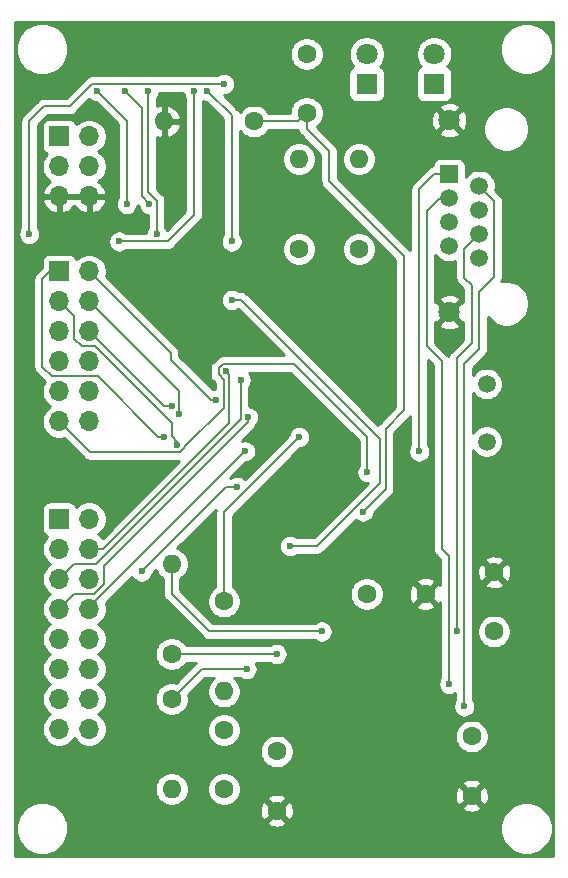
<source format=gbl>
G04 #@! TF.GenerationSoftware,KiCad,Pcbnew,(5.1.9)-1*
G04 #@! TF.CreationDate,2021-08-21T09:49:19+09:00*
G04 #@! TF.ProjectId,DragonOne_lan_rev02,44726167-6f6e-44f6-9e65-5f6c616e5f72,rev?*
G04 #@! TF.SameCoordinates,PX7cee6c0PY80befc0*
G04 #@! TF.FileFunction,Copper,L2,Bot*
G04 #@! TF.FilePolarity,Positive*
%FSLAX46Y46*%
G04 Gerber Fmt 4.6, Leading zero omitted, Abs format (unit mm)*
G04 Created by KiCad (PCBNEW (5.1.9)-1) date 2021-08-21 09:49:19*
%MOMM*%
%LPD*%
G01*
G04 APERTURE LIST*
G04 #@! TA.AperFunction,ComponentPad*
%ADD10C,1.800000*%
G04 #@! TD*
G04 #@! TA.AperFunction,ComponentPad*
%ADD11C,1.500000*%
G04 #@! TD*
G04 #@! TA.AperFunction,ComponentPad*
%ADD12R,1.500000X1.500000*%
G04 #@! TD*
G04 #@! TA.AperFunction,ComponentPad*
%ADD13O,1.700000X1.700000*%
G04 #@! TD*
G04 #@! TA.AperFunction,ComponentPad*
%ADD14R,1.700000X1.700000*%
G04 #@! TD*
G04 #@! TA.AperFunction,ComponentPad*
%ADD15R,1.800000X1.800000*%
G04 #@! TD*
G04 #@! TA.AperFunction,ComponentPad*
%ADD16O,1.600000X1.600000*%
G04 #@! TD*
G04 #@! TA.AperFunction,ComponentPad*
%ADD17C,1.600000*%
G04 #@! TD*
G04 #@! TA.AperFunction,ViaPad*
%ADD18C,0.600000*%
G04 #@! TD*
G04 #@! TA.AperFunction,Conductor*
%ADD19C,0.200000*%
G04 #@! TD*
G04 #@! TA.AperFunction,Conductor*
%ADD20C,0.254000*%
G04 #@! TD*
G04 #@! TA.AperFunction,Conductor*
%ADD21C,0.100000*%
G04 #@! TD*
G04 APERTURE END LIST*
D10*
X37465000Y62965000D03*
X37465000Y46715000D03*
D11*
X40005000Y51308000D03*
X40005000Y53340000D03*
X40005000Y55372000D03*
X40005000Y57404000D03*
X37465000Y52324000D03*
X37465000Y54356000D03*
X37465000Y56388000D03*
D12*
X37465000Y58420000D03*
D13*
X6985000Y56515000D03*
X4445000Y56515000D03*
X6985000Y59055000D03*
X4445000Y59055000D03*
X6985000Y61595000D03*
D14*
X4445000Y61595000D03*
D13*
X6985000Y37465000D03*
X4445000Y37465000D03*
X6985000Y40005000D03*
X4445000Y40005000D03*
X6985000Y42545000D03*
X4445000Y42545000D03*
X6985000Y45085000D03*
X4445000Y45085000D03*
X6985000Y47625000D03*
X4445000Y47625000D03*
X6985000Y50165000D03*
D14*
X4445000Y50165000D03*
D10*
X30480000Y68580000D03*
D15*
X30480000Y66040000D03*
D10*
X36195000Y68580000D03*
D15*
X36195000Y66040000D03*
D11*
X40640000Y35760000D03*
X40640000Y40640000D03*
D16*
X13970000Y25400000D03*
D17*
X13970000Y17780000D03*
D16*
X18415000Y14605000D03*
D17*
X18415000Y22225000D03*
D16*
X13970000Y6350000D03*
D17*
X13970000Y13970000D03*
D16*
X13335000Y62865000D03*
D17*
X20955000Y62865000D03*
D16*
X29845000Y59690000D03*
D17*
X29845000Y52070000D03*
D16*
X24765000Y59690000D03*
D17*
X24765000Y52070000D03*
D13*
X6985000Y11430000D03*
X4445000Y11430000D03*
X6985000Y13970000D03*
X4445000Y13970000D03*
X6985000Y16510000D03*
X4445000Y16510000D03*
X6985000Y19050000D03*
X4445000Y19050000D03*
X6985000Y21590000D03*
X4445000Y21590000D03*
X6985000Y24130000D03*
X4445000Y24130000D03*
X6985000Y26670000D03*
X4445000Y26670000D03*
X6985000Y29210000D03*
D14*
X4445000Y29210000D03*
D17*
X18415000Y11350000D03*
X18415000Y6350000D03*
X22860000Y4525000D03*
X22860000Y9525000D03*
X35480000Y22860000D03*
X30480000Y22860000D03*
X39370000Y5795000D03*
X39370000Y10795000D03*
X41275000Y24685000D03*
X41275000Y19685000D03*
X25400000Y63580000D03*
X25400000Y68580000D03*
D18*
X22859938Y17780000D03*
X26670000Y19685000D03*
X27940000Y29845000D03*
X28575000Y34290010D03*
X27940000Y36830000D03*
X20320000Y24765000D03*
X10795000Y33655000D03*
X2540000Y34925000D03*
X30190400Y29830800D03*
X10160000Y55880000D03*
X7685010Y65405000D03*
X15875000Y65405000D03*
X9525000Y52705000D03*
X38100000Y19685000D03*
X38735028Y13335000D03*
X37465000Y15240020D03*
X34924995Y34924995D03*
X12065000Y55880000D03*
X10000000Y65405008D03*
X18415000Y66040000D03*
X1905000Y53340000D03*
X30546200Y33163000D03*
X20178400Y34940500D03*
X20432000Y37830900D03*
X19526500Y31908500D03*
X11430000Y24765000D03*
X19823900Y40956100D03*
X18562000Y41701300D03*
X14401164Y35496218D03*
X17718200Y39276400D03*
X13334986Y36170100D03*
X14605000Y38100000D03*
X13970000Y38735006D03*
X20320000Y16510000D03*
X24764988Y36155801D03*
X19050000Y47745500D03*
X19050000Y52705000D03*
X23981125Y26922075D03*
X17000000Y65439990D03*
X12700000Y53340000D03*
X12000018Y65405000D03*
D19*
X13970000Y17780000D02*
X22859938Y17780000D01*
X13970000Y25400000D02*
X13970000Y22860000D01*
X17145000Y19685000D02*
X26670000Y19685000D01*
X13970000Y22860000D02*
X17145000Y19685000D01*
X27940000Y29845000D02*
X27940000Y33655010D01*
X27940000Y33655010D02*
X28575000Y34290010D01*
X28575000Y34290010D02*
X27940000Y34925010D01*
X27940000Y34925010D02*
X27940000Y36830000D01*
X21035000Y62945000D02*
X20955000Y62865000D01*
X21670000Y62945000D02*
X21035000Y62945000D01*
X24685000Y62865000D02*
X25400000Y63580000D01*
X20955000Y62865000D02*
X24685000Y62865000D01*
X27305000Y60325000D02*
X25400000Y62230000D01*
X27305000Y57785000D02*
X27305000Y60325000D01*
X33655000Y51435000D02*
X27305000Y57785000D01*
X25400000Y62230000D02*
X25400000Y63580000D01*
X33655000Y38395680D02*
X33655000Y51435000D01*
X32087923Y36828603D02*
X33655000Y38395680D01*
X32087923Y31728323D02*
X32087923Y36828603D01*
X30190400Y29830800D02*
X32087923Y31728323D01*
X10160000Y55880000D02*
X10160000Y62930010D01*
X10160000Y62930010D02*
X7685010Y65405000D01*
X15875000Y65405000D02*
X15875000Y54954998D01*
X15875000Y54954998D02*
X13625002Y52705000D01*
X13625002Y52705000D02*
X9525000Y52705000D01*
X38735000Y52070000D02*
X40005000Y53340000D01*
X38735000Y49641999D02*
X38735000Y52070000D01*
X39370000Y49006999D02*
X38735000Y49641999D01*
X39370000Y44080000D02*
X39370000Y49006999D01*
X38100000Y42810000D02*
X39370000Y44080000D01*
X38100000Y19685000D02*
X38100000Y42810000D01*
X40005000Y43595000D02*
X38735028Y42325028D01*
X40005000Y48465000D02*
X40005000Y43595000D01*
X38735028Y42325028D02*
X38735028Y13335000D01*
X41275000Y49735000D02*
X40005000Y48465000D01*
X41275000Y56134000D02*
X41275000Y49735000D01*
X40005000Y57404000D02*
X41275000Y56134000D01*
X37465000Y56388000D02*
X37016500Y56388000D01*
X36703000Y56388000D02*
X37465000Y56388000D01*
X35560000Y55245000D02*
X36703000Y56388000D01*
X35560000Y43815000D02*
X35560000Y55245000D01*
X36830000Y42545000D02*
X35560000Y43815000D01*
X36830000Y26670000D02*
X36830000Y42545000D01*
X37465000Y26035000D02*
X36830000Y26670000D01*
X37465000Y15240020D02*
X37465000Y26035000D01*
X37465000Y57785000D02*
X37465000Y58420000D01*
X34925000Y34925000D02*
X34925000Y57150000D01*
X34925000Y57150000D02*
X36195000Y58420000D01*
X36195000Y58420000D02*
X37465000Y58420000D01*
X11430000Y63975008D02*
X10000000Y65405008D01*
X11430000Y56515000D02*
X11430000Y63975008D01*
X12065000Y55880000D02*
X11430000Y56515000D01*
X1905000Y53340000D02*
X1905000Y62865000D01*
X1905000Y62865000D02*
X3175000Y64135000D01*
X5341994Y64135000D02*
X7246994Y66040000D01*
X7246994Y66040000D02*
X10160000Y66040000D01*
X3175000Y64135000D02*
X5341994Y64135000D01*
X9795100Y66040000D02*
X18415000Y66040000D01*
X17936700Y41960300D02*
X18314500Y42338100D01*
X15026165Y35271965D02*
X18387700Y38633500D01*
X15026165Y35196217D02*
X15026165Y35271965D01*
X18387700Y38633500D02*
X18387700Y40991300D01*
X18314500Y42338100D02*
X24335490Y42338100D01*
X4445000Y37465000D02*
X7063600Y34846400D01*
X18387700Y40991300D02*
X17936700Y41442300D01*
X17936700Y41442300D02*
X17936700Y41960300D01*
X30546200Y36127390D02*
X30546200Y33587264D01*
X24335490Y42338100D02*
X30546200Y36127390D01*
X14676348Y34846400D02*
X15026165Y35196217D01*
X30546200Y33587264D02*
X30546200Y33163000D01*
X7063600Y34846400D02*
X14676348Y34846400D01*
X6985000Y21747100D02*
X6985000Y21590000D01*
X20178400Y34940500D02*
X6985000Y21747100D01*
X7417002Y22860000D02*
X5715000Y22860000D01*
X8255000Y23697998D02*
X7417002Y22860000D01*
X5715000Y22860000D02*
X4445000Y21590000D01*
X8255000Y25229636D02*
X8255000Y23697998D01*
X20432000Y37406636D02*
X8255000Y25229636D01*
X20432000Y37830900D02*
X20432000Y37406636D01*
X19526500Y31908500D02*
X18573500Y31908500D01*
X18573500Y31908500D02*
X11430000Y24765000D01*
X19823900Y40531836D02*
X19823900Y40956100D01*
X13710349Y31563449D02*
X19823900Y37677000D01*
X13710349Y31559649D02*
X13710349Y31563449D01*
X7550700Y25400000D02*
X13710349Y31559649D01*
X19823900Y37677000D02*
X19823900Y40531836D01*
X5715000Y25400000D02*
X7550700Y25400000D01*
X4445000Y24130000D02*
X5715000Y25400000D01*
X8187081Y26670000D02*
X6985000Y26670000D01*
X18861999Y37344918D02*
X8187081Y26670000D01*
X18861999Y41401301D02*
X18861999Y37344918D01*
X18562000Y41701300D02*
X18861999Y41401301D01*
X13970000Y36195000D02*
X14401164Y35763836D01*
X7465600Y43815000D02*
X13970000Y37310600D01*
X6350000Y43815000D02*
X7465600Y43815000D01*
X14401164Y35763836D02*
X14401164Y35496218D01*
X5715000Y44450000D02*
X6350000Y43815000D01*
X5715000Y46355000D02*
X5715000Y44450000D01*
X13970000Y37310600D02*
X13970000Y36195000D01*
X4445000Y47625000D02*
X5715000Y46355000D01*
X13874999Y43275001D02*
X13874999Y42695337D01*
X17293936Y39276400D02*
X17718200Y39276400D01*
X6985000Y50165000D02*
X13874999Y43275001D01*
X13874999Y42695337D02*
X17293936Y39276400D01*
X12855200Y36170100D02*
X13334986Y36170100D01*
X7750300Y41275000D02*
X12855200Y36170100D01*
X3834000Y41275000D02*
X7750300Y41275000D01*
X3810000Y41299000D02*
X3834000Y41275000D01*
X3810000Y41275000D02*
X3810000Y41299000D01*
X3000000Y42085000D02*
X3810000Y41275000D01*
X3000000Y49500000D02*
X3000000Y42085000D01*
X3665000Y50165000D02*
X3000000Y49500000D01*
X4445000Y50165000D02*
X3665000Y50165000D01*
X14605000Y40005000D02*
X14605000Y38100000D01*
X6985000Y47625000D02*
X14605000Y40005000D01*
X13334994Y38735006D02*
X13970000Y38735006D01*
X6985000Y45085000D02*
X13334994Y38735006D01*
X13970000Y13970000D02*
X14460900Y13479100D01*
X13970000Y13970000D02*
X16510000Y16510000D01*
X16510000Y16510000D02*
X20320000Y16510000D01*
X18415000Y22225000D02*
X18415000Y29805813D01*
X18415000Y29805813D02*
X24764988Y36155801D01*
X31607400Y32242400D02*
X26287075Y26922075D01*
X31607400Y35994013D02*
X31607400Y32242400D01*
X19855913Y47745500D02*
X31607400Y35994013D01*
X26287075Y26922075D02*
X23981125Y26922075D01*
X19050000Y47745500D02*
X19855913Y47745500D01*
X19050000Y52705000D02*
X19050000Y63389990D01*
X19050000Y63389990D02*
X17000000Y65439990D01*
X12700000Y53340000D02*
X12700000Y56170002D01*
X12700000Y56170002D02*
X12000018Y56869984D01*
X12000018Y56869984D02*
X12000018Y65405000D01*
D20*
X46290000Y710000D02*
X710000Y710000D01*
X710000Y3220128D01*
X765000Y3220128D01*
X765000Y2779872D01*
X850890Y2348075D01*
X1019369Y1941331D01*
X1263962Y1575271D01*
X1575271Y1263962D01*
X1941331Y1019369D01*
X2348075Y850890D01*
X2779872Y765000D01*
X3220128Y765000D01*
X3651925Y850890D01*
X4058669Y1019369D01*
X4424729Y1263962D01*
X4736038Y1575271D01*
X4980631Y1941331D01*
X5149110Y2348075D01*
X5235000Y2779872D01*
X5235000Y3220128D01*
X5172906Y3532298D01*
X22046903Y3532298D01*
X22118486Y3288329D01*
X22373996Y3167429D01*
X22648184Y3098700D01*
X22930512Y3084783D01*
X23210130Y3126213D01*
X23472743Y3220128D01*
X41765000Y3220128D01*
X41765000Y2779872D01*
X41850890Y2348075D01*
X42019369Y1941331D01*
X42263962Y1575271D01*
X42575271Y1263962D01*
X42941331Y1019369D01*
X43348075Y850890D01*
X43779872Y765000D01*
X44220128Y765000D01*
X44651925Y850890D01*
X45058669Y1019369D01*
X45424729Y1263962D01*
X45736038Y1575271D01*
X45980631Y1941331D01*
X46149110Y2348075D01*
X46235000Y2779872D01*
X46235000Y3220128D01*
X46149110Y3651925D01*
X45980631Y4058669D01*
X45736038Y4424729D01*
X45424729Y4736038D01*
X45058669Y4980631D01*
X44651925Y5149110D01*
X44220128Y5235000D01*
X43779872Y5235000D01*
X43348075Y5149110D01*
X42941331Y4980631D01*
X42575271Y4736038D01*
X42263962Y4424729D01*
X42019369Y4058669D01*
X41850890Y3651925D01*
X41765000Y3220128D01*
X23472743Y3220128D01*
X23476292Y3221397D01*
X23601514Y3288329D01*
X23673097Y3532298D01*
X22860000Y4345395D01*
X22046903Y3532298D01*
X5172906Y3532298D01*
X5149110Y3651925D01*
X4980631Y4058669D01*
X4736038Y4424729D01*
X4706279Y4454488D01*
X21419783Y4454488D01*
X21461213Y4174870D01*
X21556397Y3908708D01*
X21623329Y3783486D01*
X21867298Y3711903D01*
X22680395Y4525000D01*
X23039605Y4525000D01*
X23852702Y3711903D01*
X24096671Y3783486D01*
X24217571Y4038996D01*
X24286300Y4313184D01*
X24300217Y4595512D01*
X24269579Y4802298D01*
X38556903Y4802298D01*
X38628486Y4558329D01*
X38883996Y4437429D01*
X39158184Y4368700D01*
X39440512Y4354783D01*
X39720130Y4396213D01*
X39986292Y4491397D01*
X40111514Y4558329D01*
X40183097Y4802298D01*
X39370000Y5615395D01*
X38556903Y4802298D01*
X24269579Y4802298D01*
X24258787Y4875130D01*
X24163603Y5141292D01*
X24096671Y5266514D01*
X23852702Y5338097D01*
X23039605Y4525000D01*
X22680395Y4525000D01*
X21867298Y5338097D01*
X21623329Y5266514D01*
X21502429Y5011004D01*
X21433700Y4736816D01*
X21419783Y4454488D01*
X4706279Y4454488D01*
X4424729Y4736038D01*
X4058669Y4980631D01*
X3651925Y5149110D01*
X3220128Y5235000D01*
X2779872Y5235000D01*
X2348075Y5149110D01*
X1941331Y4980631D01*
X1575271Y4736038D01*
X1263962Y4424729D01*
X1019369Y4058669D01*
X850890Y3651925D01*
X765000Y3220128D01*
X710000Y3220128D01*
X710000Y6491335D01*
X12535000Y6491335D01*
X12535000Y6208665D01*
X12590147Y5931426D01*
X12698320Y5670273D01*
X12855363Y5435241D01*
X13055241Y5235363D01*
X13290273Y5078320D01*
X13551426Y4970147D01*
X13828665Y4915000D01*
X14111335Y4915000D01*
X14388574Y4970147D01*
X14649727Y5078320D01*
X14884759Y5235363D01*
X15084637Y5435241D01*
X15241680Y5670273D01*
X15349853Y5931426D01*
X15405000Y6208665D01*
X15405000Y6491335D01*
X16980000Y6491335D01*
X16980000Y6208665D01*
X17035147Y5931426D01*
X17143320Y5670273D01*
X17300363Y5435241D01*
X17500241Y5235363D01*
X17735273Y5078320D01*
X17996426Y4970147D01*
X18273665Y4915000D01*
X18556335Y4915000D01*
X18833574Y4970147D01*
X19094727Y5078320D01*
X19329759Y5235363D01*
X19529637Y5435241D01*
X19584735Y5517702D01*
X22046903Y5517702D01*
X22860000Y4704605D01*
X23673097Y5517702D01*
X23612424Y5724488D01*
X37929783Y5724488D01*
X37971213Y5444870D01*
X38066397Y5178708D01*
X38133329Y5053486D01*
X38377298Y4981903D01*
X39190395Y5795000D01*
X39549605Y5795000D01*
X40362702Y4981903D01*
X40606671Y5053486D01*
X40727571Y5308996D01*
X40796300Y5583184D01*
X40810217Y5865512D01*
X40768787Y6145130D01*
X40673603Y6411292D01*
X40606671Y6536514D01*
X40362702Y6608097D01*
X39549605Y5795000D01*
X39190395Y5795000D01*
X38377298Y6608097D01*
X38133329Y6536514D01*
X38012429Y6281004D01*
X37943700Y6006816D01*
X37929783Y5724488D01*
X23612424Y5724488D01*
X23601514Y5761671D01*
X23346004Y5882571D01*
X23071816Y5951300D01*
X22789488Y5965217D01*
X22509870Y5923787D01*
X22243708Y5828603D01*
X22118486Y5761671D01*
X22046903Y5517702D01*
X19584735Y5517702D01*
X19686680Y5670273D01*
X19794853Y5931426D01*
X19850000Y6208665D01*
X19850000Y6491335D01*
X19794853Y6768574D01*
X19786930Y6787702D01*
X38556903Y6787702D01*
X39370000Y5974605D01*
X40183097Y6787702D01*
X40111514Y7031671D01*
X39856004Y7152571D01*
X39581816Y7221300D01*
X39299488Y7235217D01*
X39019870Y7193787D01*
X38753708Y7098603D01*
X38628486Y7031671D01*
X38556903Y6787702D01*
X19786930Y6787702D01*
X19686680Y7029727D01*
X19529637Y7264759D01*
X19329759Y7464637D01*
X19094727Y7621680D01*
X18833574Y7729853D01*
X18556335Y7785000D01*
X18273665Y7785000D01*
X17996426Y7729853D01*
X17735273Y7621680D01*
X17500241Y7464637D01*
X17300363Y7264759D01*
X17143320Y7029727D01*
X17035147Y6768574D01*
X16980000Y6491335D01*
X15405000Y6491335D01*
X15349853Y6768574D01*
X15241680Y7029727D01*
X15084637Y7264759D01*
X14884759Y7464637D01*
X14649727Y7621680D01*
X14388574Y7729853D01*
X14111335Y7785000D01*
X13828665Y7785000D01*
X13551426Y7729853D01*
X13290273Y7621680D01*
X13055241Y7464637D01*
X12855363Y7264759D01*
X12698320Y7029727D01*
X12590147Y6768574D01*
X12535000Y6491335D01*
X710000Y6491335D01*
X710000Y9666335D01*
X21425000Y9666335D01*
X21425000Y9383665D01*
X21480147Y9106426D01*
X21588320Y8845273D01*
X21745363Y8610241D01*
X21945241Y8410363D01*
X22180273Y8253320D01*
X22441426Y8145147D01*
X22718665Y8090000D01*
X23001335Y8090000D01*
X23278574Y8145147D01*
X23539727Y8253320D01*
X23774759Y8410363D01*
X23974637Y8610241D01*
X24131680Y8845273D01*
X24239853Y9106426D01*
X24295000Y9383665D01*
X24295000Y9666335D01*
X24239853Y9943574D01*
X24131680Y10204727D01*
X23974637Y10439759D01*
X23774759Y10639637D01*
X23539727Y10796680D01*
X23278574Y10904853D01*
X23120306Y10936335D01*
X37935000Y10936335D01*
X37935000Y10653665D01*
X37990147Y10376426D01*
X38098320Y10115273D01*
X38255363Y9880241D01*
X38455241Y9680363D01*
X38690273Y9523320D01*
X38951426Y9415147D01*
X39228665Y9360000D01*
X39511335Y9360000D01*
X39788574Y9415147D01*
X40049727Y9523320D01*
X40284759Y9680363D01*
X40484637Y9880241D01*
X40641680Y10115273D01*
X40749853Y10376426D01*
X40805000Y10653665D01*
X40805000Y10936335D01*
X40749853Y11213574D01*
X40641680Y11474727D01*
X40484637Y11709759D01*
X40284759Y11909637D01*
X40049727Y12066680D01*
X39788574Y12174853D01*
X39511335Y12230000D01*
X39228665Y12230000D01*
X38951426Y12174853D01*
X38690273Y12066680D01*
X38455241Y11909637D01*
X38255363Y11709759D01*
X38098320Y11474727D01*
X37990147Y11213574D01*
X37935000Y10936335D01*
X23120306Y10936335D01*
X23001335Y10960000D01*
X22718665Y10960000D01*
X22441426Y10904853D01*
X22180273Y10796680D01*
X21945241Y10639637D01*
X21745363Y10439759D01*
X21588320Y10204727D01*
X21480147Y9943574D01*
X21425000Y9666335D01*
X710000Y9666335D01*
X710000Y53432089D01*
X970000Y53432089D01*
X970000Y53247911D01*
X1005932Y53067271D01*
X1076414Y52897111D01*
X1178738Y52743972D01*
X1308972Y52613738D01*
X1462111Y52511414D01*
X1632271Y52440932D01*
X1812911Y52405000D01*
X1997089Y52405000D01*
X2177729Y52440932D01*
X2347889Y52511414D01*
X2501028Y52613738D01*
X2631262Y52743972D01*
X2733586Y52897111D01*
X2804068Y53067271D01*
X2840000Y53247911D01*
X2840000Y53432089D01*
X2804068Y53612729D01*
X2733586Y53782889D01*
X2640000Y53922951D01*
X2640000Y56158110D01*
X3003524Y56158110D01*
X3048175Y56010901D01*
X3173359Y55748080D01*
X3347412Y55514731D01*
X3563645Y55319822D01*
X3813748Y55170843D01*
X4088109Y55073519D01*
X4318000Y55194186D01*
X4318000Y56388000D01*
X4572000Y56388000D01*
X4572000Y55194186D01*
X4801891Y55073519D01*
X5076252Y55170843D01*
X5326355Y55319822D01*
X5542588Y55514731D01*
X5715000Y55745880D01*
X5887412Y55514731D01*
X6103645Y55319822D01*
X6353748Y55170843D01*
X6628109Y55073519D01*
X6858000Y55194186D01*
X6858000Y56388000D01*
X7112000Y56388000D01*
X7112000Y55194186D01*
X7341891Y55073519D01*
X7616252Y55170843D01*
X7866355Y55319822D01*
X8082588Y55514731D01*
X8256641Y55748080D01*
X8381825Y56010901D01*
X8426476Y56158110D01*
X8305155Y56388000D01*
X7112000Y56388000D01*
X6858000Y56388000D01*
X4572000Y56388000D01*
X4318000Y56388000D01*
X3124845Y56388000D01*
X3003524Y56158110D01*
X2640000Y56158110D01*
X2640000Y62445000D01*
X2956928Y62445000D01*
X2956928Y60745000D01*
X2969188Y60620518D01*
X3005498Y60500820D01*
X3064463Y60390506D01*
X3143815Y60293815D01*
X3240506Y60214463D01*
X3350820Y60155498D01*
X3423380Y60133487D01*
X3291525Y60001632D01*
X3129010Y59758411D01*
X3017068Y59488158D01*
X2960000Y59201260D01*
X2960000Y58908740D01*
X3017068Y58621842D01*
X3129010Y58351589D01*
X3291525Y58108368D01*
X3498368Y57901525D01*
X3680534Y57779805D01*
X3563645Y57710178D01*
X3347412Y57515269D01*
X3173359Y57281920D01*
X3048175Y57019099D01*
X3003524Y56871890D01*
X3124845Y56642000D01*
X4318000Y56642000D01*
X4318000Y56662000D01*
X4572000Y56662000D01*
X4572000Y56642000D01*
X6858000Y56642000D01*
X6858000Y56662000D01*
X7112000Y56662000D01*
X7112000Y56642000D01*
X8305155Y56642000D01*
X8426476Y56871890D01*
X8381825Y57019099D01*
X8256641Y57281920D01*
X8082588Y57515269D01*
X7866355Y57710178D01*
X7749466Y57779805D01*
X7931632Y57901525D01*
X8138475Y58108368D01*
X8300990Y58351589D01*
X8412932Y58621842D01*
X8470000Y58908740D01*
X8470000Y59201260D01*
X8412932Y59488158D01*
X8300990Y59758411D01*
X8138475Y60001632D01*
X7931632Y60208475D01*
X7757240Y60325000D01*
X7931632Y60441525D01*
X8138475Y60648368D01*
X8300990Y60891589D01*
X8412932Y61161842D01*
X8470000Y61448740D01*
X8470000Y61741260D01*
X8412932Y62028158D01*
X8300990Y62298411D01*
X8138475Y62541632D01*
X7931632Y62748475D01*
X7688411Y62910990D01*
X7418158Y63022932D01*
X7131260Y63080000D01*
X6838740Y63080000D01*
X6551842Y63022932D01*
X6281589Y62910990D01*
X6038368Y62748475D01*
X5906513Y62616620D01*
X5884502Y62689180D01*
X5825537Y62799494D01*
X5746185Y62896185D01*
X5649494Y62975537D01*
X5539180Y63034502D01*
X5419482Y63070812D01*
X5295000Y63083072D01*
X3595000Y63083072D01*
X3470518Y63070812D01*
X3350820Y63034502D01*
X3240506Y62975537D01*
X3143815Y62896185D01*
X3064463Y62799494D01*
X3005498Y62689180D01*
X2969188Y62569482D01*
X2956928Y62445000D01*
X2640000Y62445000D01*
X2640000Y62560554D01*
X3479447Y63400000D01*
X5305889Y63400000D01*
X5341994Y63396444D01*
X5378099Y63400000D01*
X5486079Y63410635D01*
X5624627Y63452663D01*
X5752314Y63520913D01*
X5864232Y63612762D01*
X5887252Y63640812D01*
X7007080Y64760640D01*
X7088982Y64678738D01*
X7242121Y64576414D01*
X7412281Y64505932D01*
X7577495Y64473068D01*
X9425001Y62625562D01*
X9425000Y56462951D01*
X9331414Y56322889D01*
X9260932Y56152729D01*
X9225000Y55972089D01*
X9225000Y55787911D01*
X9260932Y55607271D01*
X9331414Y55437111D01*
X9433738Y55283972D01*
X9563972Y55153738D01*
X9717111Y55051414D01*
X9887271Y54980932D01*
X10067911Y54945000D01*
X10252089Y54945000D01*
X10432729Y54980932D01*
X10602889Y55051414D01*
X10756028Y55153738D01*
X10886262Y55283972D01*
X10988586Y55437111D01*
X11059068Y55607271D01*
X11095000Y55787911D01*
X11095000Y55810554D01*
X11133068Y55772485D01*
X11165932Y55607271D01*
X11236414Y55437111D01*
X11338738Y55283972D01*
X11468972Y55153738D01*
X11622111Y55051414D01*
X11792271Y54980932D01*
X11965001Y54946574D01*
X11965000Y53922951D01*
X11871414Y53782889D01*
X11800932Y53612729D01*
X11766574Y53440000D01*
X10107951Y53440000D01*
X9967889Y53533586D01*
X9797729Y53604068D01*
X9617089Y53640000D01*
X9432911Y53640000D01*
X9252271Y53604068D01*
X9082111Y53533586D01*
X8928972Y53431262D01*
X8798738Y53301028D01*
X8696414Y53147889D01*
X8625932Y52977729D01*
X8590000Y52797089D01*
X8590000Y52612911D01*
X8625932Y52432271D01*
X8696414Y52262111D01*
X8798738Y52108972D01*
X8928972Y51978738D01*
X9082111Y51876414D01*
X9252271Y51805932D01*
X9432911Y51770000D01*
X9617089Y51770000D01*
X9797729Y51805932D01*
X9967889Y51876414D01*
X10107951Y51970000D01*
X13588897Y51970000D01*
X13625002Y51966444D01*
X13661107Y51970000D01*
X13769087Y51980635D01*
X13907635Y52022663D01*
X14035322Y52090913D01*
X14147240Y52182762D01*
X14170261Y52210812D01*
X16369193Y54409744D01*
X16397238Y54432760D01*
X16489087Y54544678D01*
X16557022Y54671775D01*
X16557337Y54672364D01*
X16599365Y54810913D01*
X16613556Y54954998D01*
X16610000Y54991103D01*
X16610000Y64589497D01*
X16727271Y64540922D01*
X16892485Y64508058D01*
X18315001Y63085542D01*
X18315000Y53287951D01*
X18221414Y53147889D01*
X18150932Y52977729D01*
X18115000Y52797089D01*
X18115000Y52612911D01*
X18150932Y52432271D01*
X18221414Y52262111D01*
X18323738Y52108972D01*
X18453972Y51978738D01*
X18607111Y51876414D01*
X18777271Y51805932D01*
X18957911Y51770000D01*
X19142089Y51770000D01*
X19322729Y51805932D01*
X19492889Y51876414D01*
X19646028Y51978738D01*
X19776262Y52108972D01*
X19844658Y52211335D01*
X23330000Y52211335D01*
X23330000Y51928665D01*
X23385147Y51651426D01*
X23493320Y51390273D01*
X23650363Y51155241D01*
X23850241Y50955363D01*
X24085273Y50798320D01*
X24346426Y50690147D01*
X24623665Y50635000D01*
X24906335Y50635000D01*
X25183574Y50690147D01*
X25444727Y50798320D01*
X25679759Y50955363D01*
X25879637Y51155241D01*
X26036680Y51390273D01*
X26144853Y51651426D01*
X26200000Y51928665D01*
X26200000Y52211335D01*
X28410000Y52211335D01*
X28410000Y51928665D01*
X28465147Y51651426D01*
X28573320Y51390273D01*
X28730363Y51155241D01*
X28930241Y50955363D01*
X29165273Y50798320D01*
X29426426Y50690147D01*
X29703665Y50635000D01*
X29986335Y50635000D01*
X30263574Y50690147D01*
X30524727Y50798320D01*
X30759759Y50955363D01*
X30959637Y51155241D01*
X31116680Y51390273D01*
X31224853Y51651426D01*
X31280000Y51928665D01*
X31280000Y52211335D01*
X31224853Y52488574D01*
X31116680Y52749727D01*
X30959637Y52984759D01*
X30759759Y53184637D01*
X30524727Y53341680D01*
X30263574Y53449853D01*
X29986335Y53505000D01*
X29703665Y53505000D01*
X29426426Y53449853D01*
X29165273Y53341680D01*
X28930241Y53184637D01*
X28730363Y52984759D01*
X28573320Y52749727D01*
X28465147Y52488574D01*
X28410000Y52211335D01*
X26200000Y52211335D01*
X26144853Y52488574D01*
X26036680Y52749727D01*
X25879637Y52984759D01*
X25679759Y53184637D01*
X25444727Y53341680D01*
X25183574Y53449853D01*
X24906335Y53505000D01*
X24623665Y53505000D01*
X24346426Y53449853D01*
X24085273Y53341680D01*
X23850241Y53184637D01*
X23650363Y52984759D01*
X23493320Y52749727D01*
X23385147Y52488574D01*
X23330000Y52211335D01*
X19844658Y52211335D01*
X19878586Y52262111D01*
X19949068Y52432271D01*
X19985000Y52612911D01*
X19985000Y52797089D01*
X19949068Y52977729D01*
X19878586Y53147889D01*
X19785000Y53287951D01*
X19785000Y59831335D01*
X23330000Y59831335D01*
X23330000Y59548665D01*
X23385147Y59271426D01*
X23493320Y59010273D01*
X23650363Y58775241D01*
X23850241Y58575363D01*
X24085273Y58418320D01*
X24346426Y58310147D01*
X24623665Y58255000D01*
X24906335Y58255000D01*
X25183574Y58310147D01*
X25444727Y58418320D01*
X25679759Y58575363D01*
X25879637Y58775241D01*
X26036680Y59010273D01*
X26144853Y59271426D01*
X26200000Y59548665D01*
X26200000Y59831335D01*
X26144853Y60108574D01*
X26036680Y60369727D01*
X25879637Y60604759D01*
X25679759Y60804637D01*
X25444727Y60961680D01*
X25183574Y61069853D01*
X24906335Y61125000D01*
X24623665Y61125000D01*
X24346426Y61069853D01*
X24085273Y60961680D01*
X23850241Y60804637D01*
X23650363Y60604759D01*
X23493320Y60369727D01*
X23385147Y60108574D01*
X23330000Y59831335D01*
X19785000Y59831335D01*
X19785000Y62033098D01*
X19840363Y61950241D01*
X20040241Y61750363D01*
X20275273Y61593320D01*
X20536426Y61485147D01*
X20813665Y61430000D01*
X21096335Y61430000D01*
X21373574Y61485147D01*
X21634727Y61593320D01*
X21869759Y61750363D01*
X22069637Y61950241D01*
X22189748Y62130000D01*
X24648895Y62130000D01*
X24671513Y62127772D01*
X24675635Y62085916D01*
X24717663Y61947368D01*
X24785913Y61819681D01*
X24877762Y61707763D01*
X24905808Y61684746D01*
X26570001Y60020552D01*
X26570000Y57821105D01*
X26566444Y57785000D01*
X26580312Y57644193D01*
X26580635Y57640916D01*
X26622663Y57502368D01*
X26690913Y57374681D01*
X26782762Y57262763D01*
X26810808Y57239746D01*
X32920001Y51130552D01*
X32920000Y38700127D01*
X31593731Y37373857D01*
X31565686Y37350841D01*
X31473837Y37238923D01*
X31448792Y37192068D01*
X20401172Y48239687D01*
X20378151Y48267738D01*
X20266233Y48359587D01*
X20138546Y48427837D01*
X19999998Y48469865D01*
X19892018Y48480500D01*
X19855913Y48484056D01*
X19819808Y48480500D01*
X19632951Y48480500D01*
X19492889Y48574086D01*
X19322729Y48644568D01*
X19142089Y48680500D01*
X18957911Y48680500D01*
X18777271Y48644568D01*
X18607111Y48574086D01*
X18453972Y48471762D01*
X18323738Y48341528D01*
X18221414Y48188389D01*
X18150932Y48018229D01*
X18115000Y47837589D01*
X18115000Y47653411D01*
X18150932Y47472771D01*
X18221414Y47302611D01*
X18323738Y47149472D01*
X18453972Y47019238D01*
X18607111Y46916914D01*
X18777271Y46846432D01*
X18957911Y46810500D01*
X19142089Y46810500D01*
X19322729Y46846432D01*
X19492889Y46916914D01*
X19584105Y46977862D01*
X23488867Y43073100D01*
X18350605Y43073100D01*
X18314500Y43076656D01*
X18278395Y43073100D01*
X18170415Y43062465D01*
X18031867Y43020437D01*
X17904180Y42952187D01*
X17792262Y42860338D01*
X17769241Y42832287D01*
X17442508Y42505554D01*
X17414463Y42482538D01*
X17322613Y42370620D01*
X17254363Y42242933D01*
X17221525Y42134681D01*
X17212335Y42104385D01*
X17198144Y41960300D01*
X17201700Y41924195D01*
X17201700Y41478405D01*
X17198144Y41442300D01*
X17212335Y41298215D01*
X17218478Y41277964D01*
X17254363Y41159668D01*
X17322613Y41031981D01*
X17414462Y40920063D01*
X17442508Y40897046D01*
X17652701Y40686853D01*
X17652701Y40211400D01*
X17626111Y40211400D01*
X17445471Y40175468D01*
X17437582Y40172200D01*
X14609999Y42999783D01*
X14609999Y43238897D01*
X14613555Y43275002D01*
X14599364Y43419087D01*
X14577357Y43491632D01*
X14557336Y43557634D01*
X14489086Y43685321D01*
X14421509Y43767663D01*
X14420252Y43769195D01*
X14420249Y43769198D01*
X14397236Y43797239D01*
X14369197Y43820250D01*
X8420344Y49769103D01*
X8470000Y50018740D01*
X8470000Y50311260D01*
X8412932Y50598158D01*
X8300990Y50868411D01*
X8138475Y51111632D01*
X7931632Y51318475D01*
X7688411Y51480990D01*
X7418158Y51592932D01*
X7131260Y51650000D01*
X6838740Y51650000D01*
X6551842Y51592932D01*
X6281589Y51480990D01*
X6038368Y51318475D01*
X5906513Y51186620D01*
X5884502Y51259180D01*
X5825537Y51369494D01*
X5746185Y51466185D01*
X5649494Y51545537D01*
X5539180Y51604502D01*
X5419482Y51640812D01*
X5295000Y51653072D01*
X3595000Y51653072D01*
X3470518Y51640812D01*
X3350820Y51604502D01*
X3240506Y51545537D01*
X3143815Y51466185D01*
X3064463Y51369494D01*
X3005498Y51259180D01*
X2969188Y51139482D01*
X2956928Y51015000D01*
X2956928Y50496375D01*
X2505808Y50045254D01*
X2477762Y50022237D01*
X2385913Y49910319D01*
X2317663Y49782632D01*
X2309184Y49754680D01*
X2275635Y49644085D01*
X2261444Y49500000D01*
X2265000Y49463895D01*
X2265001Y42121115D01*
X2261444Y42085000D01*
X2275635Y41940915D01*
X2311940Y41821237D01*
X2317664Y41802367D01*
X2385914Y41674680D01*
X2477763Y41562762D01*
X2505808Y41539746D01*
X3212376Y40833177D01*
X3129010Y40708411D01*
X3017068Y40438158D01*
X2960000Y40151260D01*
X2960000Y39858740D01*
X3017068Y39571842D01*
X3129010Y39301589D01*
X3291525Y39058368D01*
X3498368Y38851525D01*
X3672760Y38735000D01*
X3498368Y38618475D01*
X3291525Y38411632D01*
X3129010Y38168411D01*
X3017068Y37898158D01*
X2960000Y37611260D01*
X2960000Y37318740D01*
X3017068Y37031842D01*
X3129010Y36761589D01*
X3291525Y36518368D01*
X3498368Y36311525D01*
X3741589Y36149010D01*
X4011842Y36037068D01*
X4298740Y35980000D01*
X4591260Y35980000D01*
X4840897Y36029656D01*
X6518346Y34352207D01*
X6541362Y34324162D01*
X6569406Y34301147D01*
X6653280Y34232313D01*
X6780966Y34164063D01*
X6919515Y34122035D01*
X7063600Y34107844D01*
X7099705Y34111400D01*
X14589034Y34111400D01*
X8116371Y27638736D01*
X7931632Y27823475D01*
X7757240Y27940000D01*
X7931632Y28056525D01*
X8138475Y28263368D01*
X8300990Y28506589D01*
X8412932Y28776842D01*
X8470000Y29063740D01*
X8470000Y29356260D01*
X8412932Y29643158D01*
X8300990Y29913411D01*
X8138475Y30156632D01*
X7931632Y30363475D01*
X7688411Y30525990D01*
X7418158Y30637932D01*
X7131260Y30695000D01*
X6838740Y30695000D01*
X6551842Y30637932D01*
X6281589Y30525990D01*
X6038368Y30363475D01*
X5906513Y30231620D01*
X5884502Y30304180D01*
X5825537Y30414494D01*
X5746185Y30511185D01*
X5649494Y30590537D01*
X5539180Y30649502D01*
X5419482Y30685812D01*
X5295000Y30698072D01*
X3595000Y30698072D01*
X3470518Y30685812D01*
X3350820Y30649502D01*
X3240506Y30590537D01*
X3143815Y30511185D01*
X3064463Y30414494D01*
X3005498Y30304180D01*
X2969188Y30184482D01*
X2956928Y30060000D01*
X2956928Y28360000D01*
X2969188Y28235518D01*
X3005498Y28115820D01*
X3064463Y28005506D01*
X3143815Y27908815D01*
X3240506Y27829463D01*
X3350820Y27770498D01*
X3423380Y27748487D01*
X3291525Y27616632D01*
X3129010Y27373411D01*
X3017068Y27103158D01*
X2960000Y26816260D01*
X2960000Y26523740D01*
X3017068Y26236842D01*
X3129010Y25966589D01*
X3291525Y25723368D01*
X3498368Y25516525D01*
X3672760Y25400000D01*
X3498368Y25283475D01*
X3291525Y25076632D01*
X3129010Y24833411D01*
X3017068Y24563158D01*
X2960000Y24276260D01*
X2960000Y23983740D01*
X3017068Y23696842D01*
X3129010Y23426589D01*
X3291525Y23183368D01*
X3498368Y22976525D01*
X3672760Y22860000D01*
X3498368Y22743475D01*
X3291525Y22536632D01*
X3129010Y22293411D01*
X3017068Y22023158D01*
X2960000Y21736260D01*
X2960000Y21443740D01*
X3017068Y21156842D01*
X3129010Y20886589D01*
X3291525Y20643368D01*
X3498368Y20436525D01*
X3672760Y20320000D01*
X3498368Y20203475D01*
X3291525Y19996632D01*
X3129010Y19753411D01*
X3017068Y19483158D01*
X2960000Y19196260D01*
X2960000Y18903740D01*
X3017068Y18616842D01*
X3129010Y18346589D01*
X3291525Y18103368D01*
X3498368Y17896525D01*
X3672760Y17780000D01*
X3498368Y17663475D01*
X3291525Y17456632D01*
X3129010Y17213411D01*
X3017068Y16943158D01*
X2960000Y16656260D01*
X2960000Y16363740D01*
X3017068Y16076842D01*
X3129010Y15806589D01*
X3291525Y15563368D01*
X3498368Y15356525D01*
X3672760Y15240000D01*
X3498368Y15123475D01*
X3291525Y14916632D01*
X3129010Y14673411D01*
X3017068Y14403158D01*
X2960000Y14116260D01*
X2960000Y13823740D01*
X3017068Y13536842D01*
X3129010Y13266589D01*
X3291525Y13023368D01*
X3498368Y12816525D01*
X3672760Y12700000D01*
X3498368Y12583475D01*
X3291525Y12376632D01*
X3129010Y12133411D01*
X3017068Y11863158D01*
X2960000Y11576260D01*
X2960000Y11283740D01*
X3017068Y10996842D01*
X3129010Y10726589D01*
X3291525Y10483368D01*
X3498368Y10276525D01*
X3741589Y10114010D01*
X4011842Y10002068D01*
X4298740Y9945000D01*
X4591260Y9945000D01*
X4878158Y10002068D01*
X5148411Y10114010D01*
X5391632Y10276525D01*
X5598475Y10483368D01*
X5715000Y10657760D01*
X5831525Y10483368D01*
X6038368Y10276525D01*
X6281589Y10114010D01*
X6551842Y10002068D01*
X6838740Y9945000D01*
X7131260Y9945000D01*
X7418158Y10002068D01*
X7688411Y10114010D01*
X7931632Y10276525D01*
X8138475Y10483368D01*
X8300990Y10726589D01*
X8412932Y10996842D01*
X8470000Y11283740D01*
X8470000Y11491335D01*
X16980000Y11491335D01*
X16980000Y11208665D01*
X17035147Y10931426D01*
X17143320Y10670273D01*
X17300363Y10435241D01*
X17500241Y10235363D01*
X17735273Y10078320D01*
X17996426Y9970147D01*
X18273665Y9915000D01*
X18556335Y9915000D01*
X18833574Y9970147D01*
X19094727Y10078320D01*
X19329759Y10235363D01*
X19529637Y10435241D01*
X19686680Y10670273D01*
X19794853Y10931426D01*
X19850000Y11208665D01*
X19850000Y11491335D01*
X19794853Y11768574D01*
X19686680Y12029727D01*
X19529637Y12264759D01*
X19329759Y12464637D01*
X19094727Y12621680D01*
X18833574Y12729853D01*
X18556335Y12785000D01*
X18273665Y12785000D01*
X17996426Y12729853D01*
X17735273Y12621680D01*
X17500241Y12464637D01*
X17300363Y12264759D01*
X17143320Y12029727D01*
X17035147Y11768574D01*
X16980000Y11491335D01*
X8470000Y11491335D01*
X8470000Y11576260D01*
X8412932Y11863158D01*
X8300990Y12133411D01*
X8138475Y12376632D01*
X7931632Y12583475D01*
X7757240Y12700000D01*
X7931632Y12816525D01*
X8138475Y13023368D01*
X8300990Y13266589D01*
X8412932Y13536842D01*
X8470000Y13823740D01*
X8470000Y14116260D01*
X8412932Y14403158D01*
X8300990Y14673411D01*
X8138475Y14916632D01*
X7931632Y15123475D01*
X7757240Y15240000D01*
X7931632Y15356525D01*
X8138475Y15563368D01*
X8300990Y15806589D01*
X8412932Y16076842D01*
X8470000Y16363740D01*
X8470000Y16656260D01*
X8412932Y16943158D01*
X8300990Y17213411D01*
X8138475Y17456632D01*
X7931632Y17663475D01*
X7757240Y17780000D01*
X7931632Y17896525D01*
X7956442Y17921335D01*
X12535000Y17921335D01*
X12535000Y17638665D01*
X12590147Y17361426D01*
X12698320Y17100273D01*
X12855363Y16865241D01*
X13055241Y16665363D01*
X13290273Y16508320D01*
X13551426Y16400147D01*
X13828665Y16345000D01*
X14111335Y16345000D01*
X14388574Y16400147D01*
X14649727Y16508320D01*
X14884759Y16665363D01*
X15084637Y16865241D01*
X15204748Y17045000D01*
X16003312Y17045000D01*
X15987762Y17032238D01*
X15964746Y17004193D01*
X14323376Y15362822D01*
X14111335Y15405000D01*
X13828665Y15405000D01*
X13551426Y15349853D01*
X13290273Y15241680D01*
X13055241Y15084637D01*
X12855363Y14884759D01*
X12698320Y14649727D01*
X12590147Y14388574D01*
X12535000Y14111335D01*
X12535000Y13828665D01*
X12590147Y13551426D01*
X12698320Y13290273D01*
X12855363Y13055241D01*
X13055241Y12855363D01*
X13290273Y12698320D01*
X13551426Y12590147D01*
X13828665Y12535000D01*
X14111335Y12535000D01*
X14388574Y12590147D01*
X14649727Y12698320D01*
X14884759Y12855363D01*
X15084637Y13055241D01*
X15241680Y13290273D01*
X15349853Y13551426D01*
X15405000Y13828665D01*
X15405000Y14111335D01*
X15362822Y14323376D01*
X16814447Y15775000D01*
X17583098Y15775000D01*
X17500241Y15719637D01*
X17300363Y15519759D01*
X17143320Y15284727D01*
X17035147Y15023574D01*
X16980000Y14746335D01*
X16980000Y14463665D01*
X17035147Y14186426D01*
X17143320Y13925273D01*
X17300363Y13690241D01*
X17500241Y13490363D01*
X17735273Y13333320D01*
X17996426Y13225147D01*
X18273665Y13170000D01*
X18556335Y13170000D01*
X18833574Y13225147D01*
X19094727Y13333320D01*
X19329759Y13490363D01*
X19529637Y13690241D01*
X19686680Y13925273D01*
X19794853Y14186426D01*
X19850000Y14463665D01*
X19850000Y14746335D01*
X19794853Y15023574D01*
X19686680Y15284727D01*
X19529637Y15519759D01*
X19329759Y15719637D01*
X19246902Y15775000D01*
X19737049Y15775000D01*
X19877111Y15681414D01*
X20047271Y15610932D01*
X20227911Y15575000D01*
X20412089Y15575000D01*
X20592729Y15610932D01*
X20762889Y15681414D01*
X20916028Y15783738D01*
X21046262Y15913972D01*
X21148586Y16067111D01*
X21219068Y16237271D01*
X21255000Y16417911D01*
X21255000Y16602089D01*
X21219068Y16782729D01*
X21148586Y16952889D01*
X21087040Y17045000D01*
X22276987Y17045000D01*
X22417049Y16951414D01*
X22587209Y16880932D01*
X22767849Y16845000D01*
X22952027Y16845000D01*
X23132667Y16880932D01*
X23302827Y16951414D01*
X23455966Y17053738D01*
X23586200Y17183972D01*
X23688524Y17337111D01*
X23759006Y17507271D01*
X23794938Y17687911D01*
X23794938Y17872089D01*
X23759006Y18052729D01*
X23688524Y18222889D01*
X23586200Y18376028D01*
X23455966Y18506262D01*
X23302827Y18608586D01*
X23132667Y18679068D01*
X22952027Y18715000D01*
X22767849Y18715000D01*
X22587209Y18679068D01*
X22417049Y18608586D01*
X22276987Y18515000D01*
X15204748Y18515000D01*
X15084637Y18694759D01*
X14884759Y18894637D01*
X14649727Y19051680D01*
X14388574Y19159853D01*
X14111335Y19215000D01*
X13828665Y19215000D01*
X13551426Y19159853D01*
X13290273Y19051680D01*
X13055241Y18894637D01*
X12855363Y18694759D01*
X12698320Y18459727D01*
X12590147Y18198574D01*
X12535000Y17921335D01*
X7956442Y17921335D01*
X8138475Y18103368D01*
X8300990Y18346589D01*
X8412932Y18616842D01*
X8470000Y18903740D01*
X8470000Y19196260D01*
X8412932Y19483158D01*
X8300990Y19753411D01*
X8138475Y19996632D01*
X7931632Y20203475D01*
X7757240Y20320000D01*
X7931632Y20436525D01*
X8138475Y20643368D01*
X8300990Y20886589D01*
X8412932Y21156842D01*
X8470000Y21443740D01*
X8470000Y21736260D01*
X8412932Y22023158D01*
X8380003Y22102657D01*
X10600841Y24323495D01*
X10601414Y24322111D01*
X10703738Y24168972D01*
X10833972Y24038738D01*
X10987111Y23936414D01*
X11157271Y23865932D01*
X11337911Y23830000D01*
X11522089Y23830000D01*
X11702729Y23865932D01*
X11872889Y23936414D01*
X12026028Y24038738D01*
X12156262Y24168972D01*
X12258586Y24322111D01*
X12329068Y24492271D01*
X12361932Y24657486D01*
X12618184Y24913738D01*
X12698320Y24720273D01*
X12855363Y24485241D01*
X13055241Y24285363D01*
X13235000Y24165252D01*
X13235001Y22896115D01*
X13231444Y22860000D01*
X13245635Y22715915D01*
X13267580Y22643574D01*
X13287664Y22577367D01*
X13355914Y22449680D01*
X13447763Y22337762D01*
X13475807Y22314747D01*
X16599746Y19190807D01*
X16622762Y19162762D01*
X16734680Y19070913D01*
X16862367Y19002663D01*
X16958886Y18973384D01*
X17000914Y18960635D01*
X17144999Y18946444D01*
X17181104Y18950000D01*
X26087049Y18950000D01*
X26227111Y18856414D01*
X26397271Y18785932D01*
X26577911Y18750000D01*
X26762089Y18750000D01*
X26942729Y18785932D01*
X27112889Y18856414D01*
X27266028Y18958738D01*
X27396262Y19088972D01*
X27498586Y19242111D01*
X27569068Y19412271D01*
X27605000Y19592911D01*
X27605000Y19777089D01*
X27569068Y19957729D01*
X27498586Y20127889D01*
X27396262Y20281028D01*
X27266028Y20411262D01*
X27112889Y20513586D01*
X26942729Y20584068D01*
X26762089Y20620000D01*
X26577911Y20620000D01*
X26397271Y20584068D01*
X26227111Y20513586D01*
X26087049Y20420000D01*
X17449447Y20420000D01*
X14705000Y23164446D01*
X14705000Y24165252D01*
X14884759Y24285363D01*
X15084637Y24485241D01*
X15241680Y24720273D01*
X15349853Y24981426D01*
X15405000Y25258665D01*
X15405000Y25541335D01*
X15349853Y25818574D01*
X15241680Y26079727D01*
X15084637Y26314759D01*
X14884759Y26514637D01*
X14649727Y26671680D01*
X14456262Y26751816D01*
X17706437Y30001991D01*
X17690635Y29949898D01*
X17676444Y29805813D01*
X17680001Y29769698D01*
X17680000Y23459748D01*
X17500241Y23339637D01*
X17300363Y23139759D01*
X17143320Y22904727D01*
X17035147Y22643574D01*
X16980000Y22366335D01*
X16980000Y22083665D01*
X17035147Y21806426D01*
X17143320Y21545273D01*
X17300363Y21310241D01*
X17500241Y21110363D01*
X17735273Y20953320D01*
X17996426Y20845147D01*
X18273665Y20790000D01*
X18556335Y20790000D01*
X18833574Y20845147D01*
X19094727Y20953320D01*
X19329759Y21110363D01*
X19529637Y21310241D01*
X19686680Y21545273D01*
X19794853Y21806426D01*
X19850000Y22083665D01*
X19850000Y22366335D01*
X19794853Y22643574D01*
X19686680Y22904727D01*
X19622129Y23001335D01*
X29045000Y23001335D01*
X29045000Y22718665D01*
X29100147Y22441426D01*
X29208320Y22180273D01*
X29365363Y21945241D01*
X29565241Y21745363D01*
X29800273Y21588320D01*
X30061426Y21480147D01*
X30338665Y21425000D01*
X30621335Y21425000D01*
X30898574Y21480147D01*
X31159727Y21588320D01*
X31394759Y21745363D01*
X31516694Y21867298D01*
X34666903Y21867298D01*
X34738486Y21623329D01*
X34993996Y21502429D01*
X35268184Y21433700D01*
X35550512Y21419783D01*
X35830130Y21461213D01*
X36096292Y21556397D01*
X36221514Y21623329D01*
X36293097Y21867298D01*
X35480000Y22680395D01*
X34666903Y21867298D01*
X31516694Y21867298D01*
X31594637Y21945241D01*
X31751680Y22180273D01*
X31859853Y22441426D01*
X31915000Y22718665D01*
X31915000Y22789488D01*
X34039783Y22789488D01*
X34081213Y22509870D01*
X34176397Y22243708D01*
X34243329Y22118486D01*
X34487298Y22046903D01*
X35300395Y22860000D01*
X34487298Y23673097D01*
X34243329Y23601514D01*
X34122429Y23346004D01*
X34053700Y23071816D01*
X34039783Y22789488D01*
X31915000Y22789488D01*
X31915000Y23001335D01*
X31859853Y23278574D01*
X31751680Y23539727D01*
X31594637Y23774759D01*
X31516694Y23852702D01*
X34666903Y23852702D01*
X35480000Y23039605D01*
X36293097Y23852702D01*
X36221514Y24096671D01*
X35966004Y24217571D01*
X35691816Y24286300D01*
X35409488Y24300217D01*
X35129870Y24258787D01*
X34863708Y24163603D01*
X34738486Y24096671D01*
X34666903Y23852702D01*
X31516694Y23852702D01*
X31394759Y23974637D01*
X31159727Y24131680D01*
X30898574Y24239853D01*
X30621335Y24295000D01*
X30338665Y24295000D01*
X30061426Y24239853D01*
X29800273Y24131680D01*
X29565241Y23974637D01*
X29365363Y23774759D01*
X29208320Y23539727D01*
X29100147Y23278574D01*
X29045000Y23001335D01*
X19622129Y23001335D01*
X19529637Y23139759D01*
X19329759Y23339637D01*
X19150000Y23459748D01*
X19150000Y29501367D01*
X24872503Y35223870D01*
X25037717Y35256733D01*
X25207877Y35327215D01*
X25361016Y35429539D01*
X25491250Y35559773D01*
X25593574Y35712912D01*
X25664056Y35883072D01*
X25699988Y36063712D01*
X25699988Y36247890D01*
X25664056Y36428530D01*
X25593574Y36598690D01*
X25491250Y36751829D01*
X25361016Y36882063D01*
X25207877Y36984387D01*
X25037717Y37054869D01*
X24857077Y37090801D01*
X24672899Y37090801D01*
X24492259Y37054869D01*
X24322099Y36984387D01*
X24168960Y36882063D01*
X24038726Y36751829D01*
X23936402Y36598690D01*
X23865920Y36428530D01*
X23833057Y36263316D01*
X20163515Y32593775D01*
X20122528Y32634762D01*
X19969389Y32737086D01*
X19799229Y32807568D01*
X19618589Y32843500D01*
X19434411Y32843500D01*
X19253771Y32807568D01*
X19083611Y32737086D01*
X18943549Y32643500D01*
X18920847Y32643500D01*
X20285916Y34008569D01*
X20451129Y34041432D01*
X20621289Y34111914D01*
X20774428Y34214238D01*
X20904662Y34344472D01*
X21006986Y34497611D01*
X21077468Y34667771D01*
X21113400Y34848411D01*
X21113400Y35032589D01*
X21077468Y35213229D01*
X21006986Y35383389D01*
X20904662Y35536528D01*
X20774428Y35666762D01*
X20621289Y35769086D01*
X20451129Y35839568D01*
X20270489Y35875500D01*
X20086311Y35875500D01*
X19905671Y35839568D01*
X19903465Y35838654D01*
X20926193Y36861382D01*
X20954238Y36884398D01*
X21046087Y36996316D01*
X21085027Y37069168D01*
X21114337Y37124002D01*
X21143487Y37220097D01*
X21158262Y37234872D01*
X21260586Y37388011D01*
X21331068Y37558171D01*
X21367000Y37738811D01*
X21367000Y37922989D01*
X21331068Y38103629D01*
X21260586Y38273789D01*
X21158262Y38426928D01*
X21028028Y38557162D01*
X20874889Y38659486D01*
X20704729Y38729968D01*
X20558900Y38758976D01*
X20558900Y40373149D01*
X20652486Y40513211D01*
X20722968Y40683371D01*
X20758900Y40864011D01*
X20758900Y41048189D01*
X20722968Y41228829D01*
X20652486Y41398989D01*
X20550162Y41552128D01*
X20499190Y41603100D01*
X24031044Y41603100D01*
X29811200Y35822943D01*
X29811201Y33745952D01*
X29717614Y33605889D01*
X29647132Y33435729D01*
X29611200Y33255089D01*
X29611200Y33070911D01*
X29647132Y32890271D01*
X29717614Y32720111D01*
X29819938Y32566972D01*
X29950172Y32436738D01*
X30103311Y32334414D01*
X30273471Y32263932D01*
X30454111Y32228000D01*
X30553553Y32228000D01*
X25982629Y27657075D01*
X24564076Y27657075D01*
X24424014Y27750661D01*
X24253854Y27821143D01*
X24073214Y27857075D01*
X23889036Y27857075D01*
X23708396Y27821143D01*
X23538236Y27750661D01*
X23385097Y27648337D01*
X23254863Y27518103D01*
X23152539Y27364964D01*
X23082057Y27194804D01*
X23046125Y27014164D01*
X23046125Y26829986D01*
X23082057Y26649346D01*
X23152539Y26479186D01*
X23254863Y26326047D01*
X23385097Y26195813D01*
X23538236Y26093489D01*
X23708396Y26023007D01*
X23889036Y25987075D01*
X24073214Y25987075D01*
X24253854Y26023007D01*
X24424014Y26093489D01*
X24564076Y26187075D01*
X26250970Y26187075D01*
X26287075Y26183519D01*
X26323180Y26187075D01*
X26431160Y26197710D01*
X26569708Y26239738D01*
X26697395Y26307988D01*
X26809313Y26399837D01*
X26832334Y26427888D01*
X29551678Y29147232D01*
X29594372Y29104538D01*
X29747511Y29002214D01*
X29917671Y28931732D01*
X30098311Y28895800D01*
X30282489Y28895800D01*
X30463129Y28931732D01*
X30633289Y29002214D01*
X30786428Y29104538D01*
X30916662Y29234772D01*
X31018986Y29387911D01*
X31089468Y29558071D01*
X31122332Y29723285D01*
X32582120Y31183073D01*
X32610160Y31206085D01*
X32633173Y31234126D01*
X32633176Y31234129D01*
X32702010Y31318003D01*
X32753485Y31414306D01*
X32770260Y31445690D01*
X32812288Y31584238D01*
X32822923Y31692218D01*
X32822923Y31692219D01*
X32826479Y31728323D01*
X32822923Y31764428D01*
X32822923Y36524157D01*
X34149197Y37850430D01*
X34177237Y37873442D01*
X34190000Y37888994D01*
X34190000Y35507953D01*
X34096409Y35367884D01*
X34025927Y35197724D01*
X33989995Y35017084D01*
X33989995Y34832906D01*
X34025927Y34652266D01*
X34096409Y34482106D01*
X34198733Y34328967D01*
X34328967Y34198733D01*
X34482106Y34096409D01*
X34652266Y34025927D01*
X34832906Y33989995D01*
X35017084Y33989995D01*
X35197724Y34025927D01*
X35367884Y34096409D01*
X35521023Y34198733D01*
X35651257Y34328967D01*
X35753581Y34482106D01*
X35824063Y34652266D01*
X35859995Y34832906D01*
X35859995Y35017084D01*
X35824063Y35197724D01*
X35753581Y35367884D01*
X35660000Y35507938D01*
X35660000Y42675554D01*
X36095001Y42240552D01*
X36095000Y26706105D01*
X36091444Y26670000D01*
X36105635Y26525915D01*
X36118384Y26483887D01*
X36147663Y26387368D01*
X36215913Y26259681D01*
X36307762Y26147763D01*
X36335807Y26124747D01*
X36730001Y25730552D01*
X36730001Y23576576D01*
X36716671Y23601514D01*
X36472702Y23673097D01*
X35659605Y22860000D01*
X36472702Y22046903D01*
X36716671Y22118486D01*
X36730001Y22146657D01*
X36730000Y15822971D01*
X36636414Y15682909D01*
X36565932Y15512749D01*
X36530000Y15332109D01*
X36530000Y15147931D01*
X36565932Y14967291D01*
X36636414Y14797131D01*
X36738738Y14643992D01*
X36868972Y14513758D01*
X37022111Y14411434D01*
X37192271Y14340952D01*
X37372911Y14305020D01*
X37557089Y14305020D01*
X37737729Y14340952D01*
X37907889Y14411434D01*
X38000029Y14473000D01*
X38000029Y13917952D01*
X37906442Y13777889D01*
X37835960Y13607729D01*
X37800028Y13427089D01*
X37800028Y13242911D01*
X37835960Y13062271D01*
X37906442Y12892111D01*
X38008766Y12738972D01*
X38139000Y12608738D01*
X38292139Y12506414D01*
X38462299Y12435932D01*
X38642939Y12400000D01*
X38827117Y12400000D01*
X39007757Y12435932D01*
X39177917Y12506414D01*
X39331056Y12608738D01*
X39461290Y12738972D01*
X39563614Y12892111D01*
X39634096Y13062271D01*
X39670028Y13242911D01*
X39670028Y13427089D01*
X39634096Y13607729D01*
X39563614Y13777889D01*
X39470028Y13917951D01*
X39470028Y19826335D01*
X39840000Y19826335D01*
X39840000Y19543665D01*
X39895147Y19266426D01*
X40003320Y19005273D01*
X40160363Y18770241D01*
X40360241Y18570363D01*
X40595273Y18413320D01*
X40856426Y18305147D01*
X41133665Y18250000D01*
X41416335Y18250000D01*
X41693574Y18305147D01*
X41954727Y18413320D01*
X42189759Y18570363D01*
X42389637Y18770241D01*
X42546680Y19005273D01*
X42654853Y19266426D01*
X42710000Y19543665D01*
X42710000Y19826335D01*
X42654853Y20103574D01*
X42546680Y20364727D01*
X42389637Y20599759D01*
X42189759Y20799637D01*
X41954727Y20956680D01*
X41693574Y21064853D01*
X41416335Y21120000D01*
X41133665Y21120000D01*
X40856426Y21064853D01*
X40595273Y20956680D01*
X40360241Y20799637D01*
X40160363Y20599759D01*
X40003320Y20364727D01*
X39895147Y20103574D01*
X39840000Y19826335D01*
X39470028Y19826335D01*
X39470028Y23692298D01*
X40461903Y23692298D01*
X40533486Y23448329D01*
X40788996Y23327429D01*
X41063184Y23258700D01*
X41345512Y23244783D01*
X41625130Y23286213D01*
X41891292Y23381397D01*
X42016514Y23448329D01*
X42088097Y23692298D01*
X41275000Y24505395D01*
X40461903Y23692298D01*
X39470028Y23692298D01*
X39470028Y24614488D01*
X39834783Y24614488D01*
X39876213Y24334870D01*
X39971397Y24068708D01*
X40038329Y23943486D01*
X40282298Y23871903D01*
X41095395Y24685000D01*
X41454605Y24685000D01*
X42267702Y23871903D01*
X42511671Y23943486D01*
X42632571Y24198996D01*
X42701300Y24473184D01*
X42715217Y24755512D01*
X42673787Y25035130D01*
X42578603Y25301292D01*
X42511671Y25426514D01*
X42267702Y25498097D01*
X41454605Y24685000D01*
X41095395Y24685000D01*
X40282298Y25498097D01*
X40038329Y25426514D01*
X39917429Y25171004D01*
X39848700Y24896816D01*
X39834783Y24614488D01*
X39470028Y24614488D01*
X39470028Y25677702D01*
X40461903Y25677702D01*
X41275000Y24864605D01*
X42088097Y25677702D01*
X42016514Y25921671D01*
X41761004Y26042571D01*
X41486816Y26111300D01*
X41204488Y26125217D01*
X40924870Y26083787D01*
X40658708Y25988603D01*
X40533486Y25921671D01*
X40461903Y25677702D01*
X39470028Y25677702D01*
X39470028Y35018054D01*
X39564201Y34877114D01*
X39757114Y34684201D01*
X39983957Y34532629D01*
X40236011Y34428225D01*
X40503589Y34375000D01*
X40776411Y34375000D01*
X41043989Y34428225D01*
X41296043Y34532629D01*
X41522886Y34684201D01*
X41715799Y34877114D01*
X41867371Y35103957D01*
X41971775Y35356011D01*
X42025000Y35623589D01*
X42025000Y35896411D01*
X41971775Y36163989D01*
X41867371Y36416043D01*
X41715799Y36642886D01*
X41522886Y36835799D01*
X41296043Y36987371D01*
X41043989Y37091775D01*
X40776411Y37145000D01*
X40503589Y37145000D01*
X40236011Y37091775D01*
X39983957Y36987371D01*
X39757114Y36835799D01*
X39564201Y36642886D01*
X39470028Y36501946D01*
X39470028Y39898054D01*
X39564201Y39757114D01*
X39757114Y39564201D01*
X39983957Y39412629D01*
X40236011Y39308225D01*
X40503589Y39255000D01*
X40776411Y39255000D01*
X41043989Y39308225D01*
X41296043Y39412629D01*
X41522886Y39564201D01*
X41715799Y39757114D01*
X41867371Y39983957D01*
X41971775Y40236011D01*
X42025000Y40503589D01*
X42025000Y40776411D01*
X41971775Y41043989D01*
X41867371Y41296043D01*
X41715799Y41522886D01*
X41522886Y41715799D01*
X41296043Y41867371D01*
X41043989Y41971775D01*
X40776411Y42025000D01*
X40503589Y42025000D01*
X40236011Y41971775D01*
X39983957Y41867371D01*
X39757114Y41715799D01*
X39564201Y41522886D01*
X39470028Y41381946D01*
X39470028Y42020582D01*
X40499193Y43049746D01*
X40527238Y43072762D01*
X40619087Y43184680D01*
X40636669Y43217574D01*
X40687337Y43312366D01*
X40729365Y43450915D01*
X40743556Y43595000D01*
X40740000Y43631105D01*
X40740000Y46299279D01*
X40801987Y46206509D01*
X41071509Y45936987D01*
X41388434Y45725225D01*
X41740581Y45579361D01*
X42114419Y45505000D01*
X42495581Y45505000D01*
X42869419Y45579361D01*
X43221566Y45725225D01*
X43538491Y45936987D01*
X43808013Y46206509D01*
X44019775Y46523434D01*
X44165639Y46875581D01*
X44240000Y47249419D01*
X44240000Y47630581D01*
X44165639Y48004419D01*
X44019775Y48356566D01*
X43808013Y48673491D01*
X43538491Y48943013D01*
X43221566Y49154775D01*
X42869419Y49300639D01*
X42495581Y49375000D01*
X42114419Y49375000D01*
X41892376Y49330833D01*
X41957337Y49452367D01*
X41999365Y49590915D01*
X42010000Y49698895D01*
X42010000Y49698904D01*
X42013555Y49734999D01*
X42010000Y49771094D01*
X42010000Y56097906D01*
X42013555Y56134001D01*
X42010000Y56170096D01*
X42010000Y56170105D01*
X41999365Y56278085D01*
X41957337Y56416633D01*
X41889087Y56544320D01*
X41843907Y56599371D01*
X41820253Y56628194D01*
X41820250Y56628197D01*
X41797237Y56656238D01*
X41769197Y56679250D01*
X41355301Y57093146D01*
X41390000Y57267589D01*
X41390000Y57540411D01*
X41336775Y57807989D01*
X41232371Y58060043D01*
X41080799Y58286886D01*
X40887886Y58479799D01*
X40661043Y58631371D01*
X40408989Y58735775D01*
X40141411Y58789000D01*
X39868589Y58789000D01*
X39601011Y58735775D01*
X39348957Y58631371D01*
X39122114Y58479799D01*
X38929201Y58286886D01*
X38853072Y58172951D01*
X38853072Y59170000D01*
X38840812Y59294482D01*
X38804502Y59414180D01*
X38745537Y59524494D01*
X38666185Y59621185D01*
X38569494Y59700537D01*
X38459180Y59759502D01*
X38339482Y59795812D01*
X38215000Y59808072D01*
X36715000Y59808072D01*
X36590518Y59795812D01*
X36470820Y59759502D01*
X36360506Y59700537D01*
X36263815Y59621185D01*
X36184463Y59524494D01*
X36125498Y59414180D01*
X36089188Y59294482D01*
X36076928Y59170000D01*
X36076928Y59146927D01*
X36050915Y59144365D01*
X35912367Y59102337D01*
X35784680Y59034087D01*
X35672762Y58942238D01*
X35649746Y58914193D01*
X34430808Y57695254D01*
X34402763Y57672238D01*
X34310914Y57560320D01*
X34286834Y57515269D01*
X34242664Y57432633D01*
X34200635Y57294085D01*
X34186444Y57150000D01*
X34190001Y57113885D01*
X34190001Y51941687D01*
X34177238Y51957238D01*
X34149193Y51980254D01*
X28040000Y58089446D01*
X28040000Y59831335D01*
X28410000Y59831335D01*
X28410000Y59548665D01*
X28465147Y59271426D01*
X28573320Y59010273D01*
X28730363Y58775241D01*
X28930241Y58575363D01*
X29165273Y58418320D01*
X29426426Y58310147D01*
X29703665Y58255000D01*
X29986335Y58255000D01*
X30263574Y58310147D01*
X30524727Y58418320D01*
X30759759Y58575363D01*
X30959637Y58775241D01*
X31116680Y59010273D01*
X31224853Y59271426D01*
X31280000Y59548665D01*
X31280000Y59831335D01*
X31224853Y60108574D01*
X31116680Y60369727D01*
X30959637Y60604759D01*
X30759759Y60804637D01*
X30524727Y60961680D01*
X30263574Y61069853D01*
X29986335Y61125000D01*
X29703665Y61125000D01*
X29426426Y61069853D01*
X29165273Y60961680D01*
X28930241Y60804637D01*
X28730363Y60604759D01*
X28573320Y60369727D01*
X28465147Y60108574D01*
X28410000Y59831335D01*
X28040000Y59831335D01*
X28040000Y60288895D01*
X28043556Y60325000D01*
X28029365Y60469085D01*
X27987337Y60607633D01*
X27919087Y60735320D01*
X27827238Y60847238D01*
X27799193Y60870254D01*
X26768527Y61900920D01*
X36580525Y61900920D01*
X36664208Y61646739D01*
X36936775Y61515842D01*
X37229642Y61440635D01*
X37531553Y61424009D01*
X37830907Y61466603D01*
X38116199Y61566778D01*
X38265792Y61646739D01*
X38349475Y61900920D01*
X37465000Y62785395D01*
X36580525Y61900920D01*
X26768527Y61900920D01*
X26248414Y62421033D01*
X26314759Y62465363D01*
X26514637Y62665241D01*
X26670459Y62898447D01*
X35924009Y62898447D01*
X35966603Y62599093D01*
X36066778Y62313801D01*
X36146739Y62164208D01*
X36400920Y62080525D01*
X37285395Y62965000D01*
X37644605Y62965000D01*
X38529080Y62080525D01*
X38783261Y62164208D01*
X38911183Y62430581D01*
X40370000Y62430581D01*
X40370000Y62049419D01*
X40444361Y61675581D01*
X40590225Y61323434D01*
X40801987Y61006509D01*
X41071509Y60736987D01*
X41388434Y60525225D01*
X41740581Y60379361D01*
X42114419Y60305000D01*
X42495581Y60305000D01*
X42869419Y60379361D01*
X43221566Y60525225D01*
X43538491Y60736987D01*
X43808013Y61006509D01*
X44019775Y61323434D01*
X44165639Y61675581D01*
X44240000Y62049419D01*
X44240000Y62430581D01*
X44165639Y62804419D01*
X44019775Y63156566D01*
X43808013Y63473491D01*
X43538491Y63743013D01*
X43221566Y63954775D01*
X42869419Y64100639D01*
X42495581Y64175000D01*
X42114419Y64175000D01*
X41740581Y64100639D01*
X41388434Y63954775D01*
X41071509Y63743013D01*
X40801987Y63473491D01*
X40590225Y63156566D01*
X40444361Y62804419D01*
X40370000Y62430581D01*
X38911183Y62430581D01*
X38914158Y62436775D01*
X38989365Y62729642D01*
X39005991Y63031553D01*
X38963397Y63330907D01*
X38863222Y63616199D01*
X38783261Y63765792D01*
X38529080Y63849475D01*
X37644605Y62965000D01*
X37285395Y62965000D01*
X36400920Y63849475D01*
X36146739Y63765792D01*
X36015842Y63493225D01*
X35940635Y63200358D01*
X35924009Y62898447D01*
X26670459Y62898447D01*
X26671680Y62900273D01*
X26779853Y63161426D01*
X26835000Y63438665D01*
X26835000Y63721335D01*
X26779853Y63998574D01*
X26767218Y64029080D01*
X36580525Y64029080D01*
X37465000Y63144605D01*
X38349475Y64029080D01*
X38265792Y64283261D01*
X37993225Y64414158D01*
X37700358Y64489365D01*
X37398447Y64505991D01*
X37099093Y64463397D01*
X36813801Y64363222D01*
X36664208Y64283261D01*
X36580525Y64029080D01*
X26767218Y64029080D01*
X26671680Y64259727D01*
X26514637Y64494759D01*
X26314759Y64694637D01*
X26079727Y64851680D01*
X25818574Y64959853D01*
X25541335Y65015000D01*
X25258665Y65015000D01*
X24981426Y64959853D01*
X24720273Y64851680D01*
X24485241Y64694637D01*
X24285363Y64494759D01*
X24128320Y64259727D01*
X24020147Y63998574D01*
X23965000Y63721335D01*
X23965000Y63600000D01*
X22189748Y63600000D01*
X22069637Y63779759D01*
X21869759Y63979637D01*
X21634727Y64136680D01*
X21373574Y64244853D01*
X21096335Y64300000D01*
X20813665Y64300000D01*
X20536426Y64244853D01*
X20275273Y64136680D01*
X20040241Y63979637D01*
X19840363Y63779759D01*
X19743715Y63635115D01*
X19732337Y63672623D01*
X19664087Y63800310D01*
X19572238Y63912228D01*
X19544193Y63935244D01*
X18374436Y65105000D01*
X18507089Y65105000D01*
X18687729Y65140932D01*
X18857889Y65211414D01*
X19011028Y65313738D01*
X19141262Y65443972D01*
X19243586Y65597111D01*
X19314068Y65767271D01*
X19350000Y65947911D01*
X19350000Y66132089D01*
X19314068Y66312729D01*
X19243586Y66482889D01*
X19141262Y66636028D01*
X19011028Y66766262D01*
X18857889Y66868586D01*
X18687729Y66939068D01*
X18683044Y66940000D01*
X28941928Y66940000D01*
X28941928Y65140000D01*
X28954188Y65015518D01*
X28990498Y64895820D01*
X29049463Y64785506D01*
X29128815Y64688815D01*
X29225506Y64609463D01*
X29335820Y64550498D01*
X29455518Y64514188D01*
X29580000Y64501928D01*
X31380000Y64501928D01*
X31504482Y64514188D01*
X31624180Y64550498D01*
X31734494Y64609463D01*
X31831185Y64688815D01*
X31910537Y64785506D01*
X31969502Y64895820D01*
X32005812Y65015518D01*
X32018072Y65140000D01*
X32018072Y66940000D01*
X34656928Y66940000D01*
X34656928Y65140000D01*
X34669188Y65015518D01*
X34705498Y64895820D01*
X34764463Y64785506D01*
X34843815Y64688815D01*
X34940506Y64609463D01*
X35050820Y64550498D01*
X35170518Y64514188D01*
X35295000Y64501928D01*
X37095000Y64501928D01*
X37219482Y64514188D01*
X37339180Y64550498D01*
X37449494Y64609463D01*
X37546185Y64688815D01*
X37625537Y64785506D01*
X37684502Y64895820D01*
X37720812Y65015518D01*
X37733072Y65140000D01*
X37733072Y66940000D01*
X37720812Y67064482D01*
X37684502Y67184180D01*
X37625537Y67294494D01*
X37546185Y67391185D01*
X37449494Y67470537D01*
X37339180Y67529502D01*
X37320873Y67535056D01*
X37387312Y67601495D01*
X37555299Y67852905D01*
X37671011Y68132257D01*
X37730000Y68428816D01*
X37730000Y68731184D01*
X37671011Y69027743D01*
X37591323Y69220128D01*
X41765000Y69220128D01*
X41765000Y68779872D01*
X41850890Y68348075D01*
X42019369Y67941331D01*
X42263962Y67575271D01*
X42575271Y67263962D01*
X42941331Y67019369D01*
X43348075Y66850890D01*
X43779872Y66765000D01*
X44220128Y66765000D01*
X44651925Y66850890D01*
X45058669Y67019369D01*
X45424729Y67263962D01*
X45736038Y67575271D01*
X45980631Y67941331D01*
X46149110Y68348075D01*
X46235000Y68779872D01*
X46235000Y69220128D01*
X46149110Y69651925D01*
X45980631Y70058669D01*
X45736038Y70424729D01*
X45424729Y70736038D01*
X45058669Y70980631D01*
X44651925Y71149110D01*
X44220128Y71235000D01*
X43779872Y71235000D01*
X43348075Y71149110D01*
X42941331Y70980631D01*
X42575271Y70736038D01*
X42263962Y70424729D01*
X42019369Y70058669D01*
X41850890Y69651925D01*
X41765000Y69220128D01*
X37591323Y69220128D01*
X37555299Y69307095D01*
X37387312Y69558505D01*
X37173505Y69772312D01*
X36922095Y69940299D01*
X36642743Y70056011D01*
X36346184Y70115000D01*
X36043816Y70115000D01*
X35747257Y70056011D01*
X35467905Y69940299D01*
X35216495Y69772312D01*
X35002688Y69558505D01*
X34834701Y69307095D01*
X34718989Y69027743D01*
X34660000Y68731184D01*
X34660000Y68428816D01*
X34718989Y68132257D01*
X34834701Y67852905D01*
X35002688Y67601495D01*
X35069127Y67535056D01*
X35050820Y67529502D01*
X34940506Y67470537D01*
X34843815Y67391185D01*
X34764463Y67294494D01*
X34705498Y67184180D01*
X34669188Y67064482D01*
X34656928Y66940000D01*
X32018072Y66940000D01*
X32005812Y67064482D01*
X31969502Y67184180D01*
X31910537Y67294494D01*
X31831185Y67391185D01*
X31734494Y67470537D01*
X31624180Y67529502D01*
X31605873Y67535056D01*
X31672312Y67601495D01*
X31840299Y67852905D01*
X31956011Y68132257D01*
X32015000Y68428816D01*
X32015000Y68731184D01*
X31956011Y69027743D01*
X31840299Y69307095D01*
X31672312Y69558505D01*
X31458505Y69772312D01*
X31207095Y69940299D01*
X30927743Y70056011D01*
X30631184Y70115000D01*
X30328816Y70115000D01*
X30032257Y70056011D01*
X29752905Y69940299D01*
X29501495Y69772312D01*
X29287688Y69558505D01*
X29119701Y69307095D01*
X29003989Y69027743D01*
X28945000Y68731184D01*
X28945000Y68428816D01*
X29003989Y68132257D01*
X29119701Y67852905D01*
X29287688Y67601495D01*
X29354127Y67535056D01*
X29335820Y67529502D01*
X29225506Y67470537D01*
X29128815Y67391185D01*
X29049463Y67294494D01*
X28990498Y67184180D01*
X28954188Y67064482D01*
X28941928Y66940000D01*
X18683044Y66940000D01*
X18507089Y66975000D01*
X18322911Y66975000D01*
X18142271Y66939068D01*
X17972111Y66868586D01*
X17832049Y66775000D01*
X7283099Y66775000D01*
X7246994Y66778556D01*
X7210889Y66775000D01*
X7102909Y66764365D01*
X6964361Y66722337D01*
X6836674Y66654087D01*
X6724756Y66562238D01*
X6701740Y66534193D01*
X5037548Y64870000D01*
X3211094Y64870000D01*
X3174999Y64873555D01*
X3138904Y64870000D01*
X3138895Y64870000D01*
X3030915Y64859365D01*
X2892367Y64817337D01*
X2764680Y64749087D01*
X2652762Y64657238D01*
X2629746Y64629193D01*
X1410808Y63410254D01*
X1382763Y63387238D01*
X1290914Y63275320D01*
X1227439Y63156566D01*
X1222664Y63147633D01*
X1180635Y63009085D01*
X1166444Y62865000D01*
X1170001Y62828885D01*
X1170000Y53922951D01*
X1076414Y53782889D01*
X1005932Y53612729D01*
X970000Y53432089D01*
X710000Y53432089D01*
X710000Y69220128D01*
X765000Y69220128D01*
X765000Y68779872D01*
X850890Y68348075D01*
X1019369Y67941331D01*
X1263962Y67575271D01*
X1575271Y67263962D01*
X1941331Y67019369D01*
X2348075Y66850890D01*
X2779872Y66765000D01*
X3220128Y66765000D01*
X3651925Y66850890D01*
X4058669Y67019369D01*
X4424729Y67263962D01*
X4736038Y67575271D01*
X4980631Y67941331D01*
X5149110Y68348075D01*
X5223356Y68721335D01*
X23965000Y68721335D01*
X23965000Y68438665D01*
X24020147Y68161426D01*
X24128320Y67900273D01*
X24285363Y67665241D01*
X24485241Y67465363D01*
X24720273Y67308320D01*
X24981426Y67200147D01*
X25258665Y67145000D01*
X25541335Y67145000D01*
X25818574Y67200147D01*
X26079727Y67308320D01*
X26314759Y67465363D01*
X26514637Y67665241D01*
X26671680Y67900273D01*
X26779853Y68161426D01*
X26835000Y68438665D01*
X26835000Y68721335D01*
X26779853Y68998574D01*
X26671680Y69259727D01*
X26514637Y69494759D01*
X26314759Y69694637D01*
X26079727Y69851680D01*
X25818574Y69959853D01*
X25541335Y70015000D01*
X25258665Y70015000D01*
X24981426Y69959853D01*
X24720273Y69851680D01*
X24485241Y69694637D01*
X24285363Y69494759D01*
X24128320Y69259727D01*
X24020147Y68998574D01*
X23965000Y68721335D01*
X5223356Y68721335D01*
X5235000Y68779872D01*
X5235000Y69220128D01*
X5149110Y69651925D01*
X4980631Y70058669D01*
X4736038Y70424729D01*
X4424729Y70736038D01*
X4058669Y70980631D01*
X3651925Y71149110D01*
X3220128Y71235000D01*
X2779872Y71235000D01*
X2348075Y71149110D01*
X1941331Y70980631D01*
X1575271Y70736038D01*
X1263962Y70424729D01*
X1019369Y70058669D01*
X850890Y69651925D01*
X765000Y69220128D01*
X710000Y69220128D01*
X710000Y71290000D01*
X46290001Y71290000D01*
X46290000Y710000D01*
G04 #@! TA.AperFunction,Conductor*
D21*
G36*
X46290000Y710000D02*
G01*
X710000Y710000D01*
X710000Y3220128D01*
X765000Y3220128D01*
X765000Y2779872D01*
X850890Y2348075D01*
X1019369Y1941331D01*
X1263962Y1575271D01*
X1575271Y1263962D01*
X1941331Y1019369D01*
X2348075Y850890D01*
X2779872Y765000D01*
X3220128Y765000D01*
X3651925Y850890D01*
X4058669Y1019369D01*
X4424729Y1263962D01*
X4736038Y1575271D01*
X4980631Y1941331D01*
X5149110Y2348075D01*
X5235000Y2779872D01*
X5235000Y3220128D01*
X5172906Y3532298D01*
X22046903Y3532298D01*
X22118486Y3288329D01*
X22373996Y3167429D01*
X22648184Y3098700D01*
X22930512Y3084783D01*
X23210130Y3126213D01*
X23472743Y3220128D01*
X41765000Y3220128D01*
X41765000Y2779872D01*
X41850890Y2348075D01*
X42019369Y1941331D01*
X42263962Y1575271D01*
X42575271Y1263962D01*
X42941331Y1019369D01*
X43348075Y850890D01*
X43779872Y765000D01*
X44220128Y765000D01*
X44651925Y850890D01*
X45058669Y1019369D01*
X45424729Y1263962D01*
X45736038Y1575271D01*
X45980631Y1941331D01*
X46149110Y2348075D01*
X46235000Y2779872D01*
X46235000Y3220128D01*
X46149110Y3651925D01*
X45980631Y4058669D01*
X45736038Y4424729D01*
X45424729Y4736038D01*
X45058669Y4980631D01*
X44651925Y5149110D01*
X44220128Y5235000D01*
X43779872Y5235000D01*
X43348075Y5149110D01*
X42941331Y4980631D01*
X42575271Y4736038D01*
X42263962Y4424729D01*
X42019369Y4058669D01*
X41850890Y3651925D01*
X41765000Y3220128D01*
X23472743Y3220128D01*
X23476292Y3221397D01*
X23601514Y3288329D01*
X23673097Y3532298D01*
X22860000Y4345395D01*
X22046903Y3532298D01*
X5172906Y3532298D01*
X5149110Y3651925D01*
X4980631Y4058669D01*
X4736038Y4424729D01*
X4706279Y4454488D01*
X21419783Y4454488D01*
X21461213Y4174870D01*
X21556397Y3908708D01*
X21623329Y3783486D01*
X21867298Y3711903D01*
X22680395Y4525000D01*
X23039605Y4525000D01*
X23852702Y3711903D01*
X24096671Y3783486D01*
X24217571Y4038996D01*
X24286300Y4313184D01*
X24300217Y4595512D01*
X24269579Y4802298D01*
X38556903Y4802298D01*
X38628486Y4558329D01*
X38883996Y4437429D01*
X39158184Y4368700D01*
X39440512Y4354783D01*
X39720130Y4396213D01*
X39986292Y4491397D01*
X40111514Y4558329D01*
X40183097Y4802298D01*
X39370000Y5615395D01*
X38556903Y4802298D01*
X24269579Y4802298D01*
X24258787Y4875130D01*
X24163603Y5141292D01*
X24096671Y5266514D01*
X23852702Y5338097D01*
X23039605Y4525000D01*
X22680395Y4525000D01*
X21867298Y5338097D01*
X21623329Y5266514D01*
X21502429Y5011004D01*
X21433700Y4736816D01*
X21419783Y4454488D01*
X4706279Y4454488D01*
X4424729Y4736038D01*
X4058669Y4980631D01*
X3651925Y5149110D01*
X3220128Y5235000D01*
X2779872Y5235000D01*
X2348075Y5149110D01*
X1941331Y4980631D01*
X1575271Y4736038D01*
X1263962Y4424729D01*
X1019369Y4058669D01*
X850890Y3651925D01*
X765000Y3220128D01*
X710000Y3220128D01*
X710000Y6491335D01*
X12535000Y6491335D01*
X12535000Y6208665D01*
X12590147Y5931426D01*
X12698320Y5670273D01*
X12855363Y5435241D01*
X13055241Y5235363D01*
X13290273Y5078320D01*
X13551426Y4970147D01*
X13828665Y4915000D01*
X14111335Y4915000D01*
X14388574Y4970147D01*
X14649727Y5078320D01*
X14884759Y5235363D01*
X15084637Y5435241D01*
X15241680Y5670273D01*
X15349853Y5931426D01*
X15405000Y6208665D01*
X15405000Y6491335D01*
X16980000Y6491335D01*
X16980000Y6208665D01*
X17035147Y5931426D01*
X17143320Y5670273D01*
X17300363Y5435241D01*
X17500241Y5235363D01*
X17735273Y5078320D01*
X17996426Y4970147D01*
X18273665Y4915000D01*
X18556335Y4915000D01*
X18833574Y4970147D01*
X19094727Y5078320D01*
X19329759Y5235363D01*
X19529637Y5435241D01*
X19584735Y5517702D01*
X22046903Y5517702D01*
X22860000Y4704605D01*
X23673097Y5517702D01*
X23612424Y5724488D01*
X37929783Y5724488D01*
X37971213Y5444870D01*
X38066397Y5178708D01*
X38133329Y5053486D01*
X38377298Y4981903D01*
X39190395Y5795000D01*
X39549605Y5795000D01*
X40362702Y4981903D01*
X40606671Y5053486D01*
X40727571Y5308996D01*
X40796300Y5583184D01*
X40810217Y5865512D01*
X40768787Y6145130D01*
X40673603Y6411292D01*
X40606671Y6536514D01*
X40362702Y6608097D01*
X39549605Y5795000D01*
X39190395Y5795000D01*
X38377298Y6608097D01*
X38133329Y6536514D01*
X38012429Y6281004D01*
X37943700Y6006816D01*
X37929783Y5724488D01*
X23612424Y5724488D01*
X23601514Y5761671D01*
X23346004Y5882571D01*
X23071816Y5951300D01*
X22789488Y5965217D01*
X22509870Y5923787D01*
X22243708Y5828603D01*
X22118486Y5761671D01*
X22046903Y5517702D01*
X19584735Y5517702D01*
X19686680Y5670273D01*
X19794853Y5931426D01*
X19850000Y6208665D01*
X19850000Y6491335D01*
X19794853Y6768574D01*
X19786930Y6787702D01*
X38556903Y6787702D01*
X39370000Y5974605D01*
X40183097Y6787702D01*
X40111514Y7031671D01*
X39856004Y7152571D01*
X39581816Y7221300D01*
X39299488Y7235217D01*
X39019870Y7193787D01*
X38753708Y7098603D01*
X38628486Y7031671D01*
X38556903Y6787702D01*
X19786930Y6787702D01*
X19686680Y7029727D01*
X19529637Y7264759D01*
X19329759Y7464637D01*
X19094727Y7621680D01*
X18833574Y7729853D01*
X18556335Y7785000D01*
X18273665Y7785000D01*
X17996426Y7729853D01*
X17735273Y7621680D01*
X17500241Y7464637D01*
X17300363Y7264759D01*
X17143320Y7029727D01*
X17035147Y6768574D01*
X16980000Y6491335D01*
X15405000Y6491335D01*
X15349853Y6768574D01*
X15241680Y7029727D01*
X15084637Y7264759D01*
X14884759Y7464637D01*
X14649727Y7621680D01*
X14388574Y7729853D01*
X14111335Y7785000D01*
X13828665Y7785000D01*
X13551426Y7729853D01*
X13290273Y7621680D01*
X13055241Y7464637D01*
X12855363Y7264759D01*
X12698320Y7029727D01*
X12590147Y6768574D01*
X12535000Y6491335D01*
X710000Y6491335D01*
X710000Y9666335D01*
X21425000Y9666335D01*
X21425000Y9383665D01*
X21480147Y9106426D01*
X21588320Y8845273D01*
X21745363Y8610241D01*
X21945241Y8410363D01*
X22180273Y8253320D01*
X22441426Y8145147D01*
X22718665Y8090000D01*
X23001335Y8090000D01*
X23278574Y8145147D01*
X23539727Y8253320D01*
X23774759Y8410363D01*
X23974637Y8610241D01*
X24131680Y8845273D01*
X24239853Y9106426D01*
X24295000Y9383665D01*
X24295000Y9666335D01*
X24239853Y9943574D01*
X24131680Y10204727D01*
X23974637Y10439759D01*
X23774759Y10639637D01*
X23539727Y10796680D01*
X23278574Y10904853D01*
X23120306Y10936335D01*
X37935000Y10936335D01*
X37935000Y10653665D01*
X37990147Y10376426D01*
X38098320Y10115273D01*
X38255363Y9880241D01*
X38455241Y9680363D01*
X38690273Y9523320D01*
X38951426Y9415147D01*
X39228665Y9360000D01*
X39511335Y9360000D01*
X39788574Y9415147D01*
X40049727Y9523320D01*
X40284759Y9680363D01*
X40484637Y9880241D01*
X40641680Y10115273D01*
X40749853Y10376426D01*
X40805000Y10653665D01*
X40805000Y10936335D01*
X40749853Y11213574D01*
X40641680Y11474727D01*
X40484637Y11709759D01*
X40284759Y11909637D01*
X40049727Y12066680D01*
X39788574Y12174853D01*
X39511335Y12230000D01*
X39228665Y12230000D01*
X38951426Y12174853D01*
X38690273Y12066680D01*
X38455241Y11909637D01*
X38255363Y11709759D01*
X38098320Y11474727D01*
X37990147Y11213574D01*
X37935000Y10936335D01*
X23120306Y10936335D01*
X23001335Y10960000D01*
X22718665Y10960000D01*
X22441426Y10904853D01*
X22180273Y10796680D01*
X21945241Y10639637D01*
X21745363Y10439759D01*
X21588320Y10204727D01*
X21480147Y9943574D01*
X21425000Y9666335D01*
X710000Y9666335D01*
X710000Y53432089D01*
X970000Y53432089D01*
X970000Y53247911D01*
X1005932Y53067271D01*
X1076414Y52897111D01*
X1178738Y52743972D01*
X1308972Y52613738D01*
X1462111Y52511414D01*
X1632271Y52440932D01*
X1812911Y52405000D01*
X1997089Y52405000D01*
X2177729Y52440932D01*
X2347889Y52511414D01*
X2501028Y52613738D01*
X2631262Y52743972D01*
X2733586Y52897111D01*
X2804068Y53067271D01*
X2840000Y53247911D01*
X2840000Y53432089D01*
X2804068Y53612729D01*
X2733586Y53782889D01*
X2640000Y53922951D01*
X2640000Y56158110D01*
X3003524Y56158110D01*
X3048175Y56010901D01*
X3173359Y55748080D01*
X3347412Y55514731D01*
X3563645Y55319822D01*
X3813748Y55170843D01*
X4088109Y55073519D01*
X4318000Y55194186D01*
X4318000Y56388000D01*
X4572000Y56388000D01*
X4572000Y55194186D01*
X4801891Y55073519D01*
X5076252Y55170843D01*
X5326355Y55319822D01*
X5542588Y55514731D01*
X5715000Y55745880D01*
X5887412Y55514731D01*
X6103645Y55319822D01*
X6353748Y55170843D01*
X6628109Y55073519D01*
X6858000Y55194186D01*
X6858000Y56388000D01*
X7112000Y56388000D01*
X7112000Y55194186D01*
X7341891Y55073519D01*
X7616252Y55170843D01*
X7866355Y55319822D01*
X8082588Y55514731D01*
X8256641Y55748080D01*
X8381825Y56010901D01*
X8426476Y56158110D01*
X8305155Y56388000D01*
X7112000Y56388000D01*
X6858000Y56388000D01*
X4572000Y56388000D01*
X4318000Y56388000D01*
X3124845Y56388000D01*
X3003524Y56158110D01*
X2640000Y56158110D01*
X2640000Y62445000D01*
X2956928Y62445000D01*
X2956928Y60745000D01*
X2969188Y60620518D01*
X3005498Y60500820D01*
X3064463Y60390506D01*
X3143815Y60293815D01*
X3240506Y60214463D01*
X3350820Y60155498D01*
X3423380Y60133487D01*
X3291525Y60001632D01*
X3129010Y59758411D01*
X3017068Y59488158D01*
X2960000Y59201260D01*
X2960000Y58908740D01*
X3017068Y58621842D01*
X3129010Y58351589D01*
X3291525Y58108368D01*
X3498368Y57901525D01*
X3680534Y57779805D01*
X3563645Y57710178D01*
X3347412Y57515269D01*
X3173359Y57281920D01*
X3048175Y57019099D01*
X3003524Y56871890D01*
X3124845Y56642000D01*
X4318000Y56642000D01*
X4318000Y56662000D01*
X4572000Y56662000D01*
X4572000Y56642000D01*
X6858000Y56642000D01*
X6858000Y56662000D01*
X7112000Y56662000D01*
X7112000Y56642000D01*
X8305155Y56642000D01*
X8426476Y56871890D01*
X8381825Y57019099D01*
X8256641Y57281920D01*
X8082588Y57515269D01*
X7866355Y57710178D01*
X7749466Y57779805D01*
X7931632Y57901525D01*
X8138475Y58108368D01*
X8300990Y58351589D01*
X8412932Y58621842D01*
X8470000Y58908740D01*
X8470000Y59201260D01*
X8412932Y59488158D01*
X8300990Y59758411D01*
X8138475Y60001632D01*
X7931632Y60208475D01*
X7757240Y60325000D01*
X7931632Y60441525D01*
X8138475Y60648368D01*
X8300990Y60891589D01*
X8412932Y61161842D01*
X8470000Y61448740D01*
X8470000Y61741260D01*
X8412932Y62028158D01*
X8300990Y62298411D01*
X8138475Y62541632D01*
X7931632Y62748475D01*
X7688411Y62910990D01*
X7418158Y63022932D01*
X7131260Y63080000D01*
X6838740Y63080000D01*
X6551842Y63022932D01*
X6281589Y62910990D01*
X6038368Y62748475D01*
X5906513Y62616620D01*
X5884502Y62689180D01*
X5825537Y62799494D01*
X5746185Y62896185D01*
X5649494Y62975537D01*
X5539180Y63034502D01*
X5419482Y63070812D01*
X5295000Y63083072D01*
X3595000Y63083072D01*
X3470518Y63070812D01*
X3350820Y63034502D01*
X3240506Y62975537D01*
X3143815Y62896185D01*
X3064463Y62799494D01*
X3005498Y62689180D01*
X2969188Y62569482D01*
X2956928Y62445000D01*
X2640000Y62445000D01*
X2640000Y62560554D01*
X3479447Y63400000D01*
X5305889Y63400000D01*
X5341994Y63396444D01*
X5378099Y63400000D01*
X5486079Y63410635D01*
X5624627Y63452663D01*
X5752314Y63520913D01*
X5864232Y63612762D01*
X5887252Y63640812D01*
X7007080Y64760640D01*
X7088982Y64678738D01*
X7242121Y64576414D01*
X7412281Y64505932D01*
X7577495Y64473068D01*
X9425001Y62625562D01*
X9425000Y56462951D01*
X9331414Y56322889D01*
X9260932Y56152729D01*
X9225000Y55972089D01*
X9225000Y55787911D01*
X9260932Y55607271D01*
X9331414Y55437111D01*
X9433738Y55283972D01*
X9563972Y55153738D01*
X9717111Y55051414D01*
X9887271Y54980932D01*
X10067911Y54945000D01*
X10252089Y54945000D01*
X10432729Y54980932D01*
X10602889Y55051414D01*
X10756028Y55153738D01*
X10886262Y55283972D01*
X10988586Y55437111D01*
X11059068Y55607271D01*
X11095000Y55787911D01*
X11095000Y55810554D01*
X11133068Y55772485D01*
X11165932Y55607271D01*
X11236414Y55437111D01*
X11338738Y55283972D01*
X11468972Y55153738D01*
X11622111Y55051414D01*
X11792271Y54980932D01*
X11965001Y54946574D01*
X11965000Y53922951D01*
X11871414Y53782889D01*
X11800932Y53612729D01*
X11766574Y53440000D01*
X10107951Y53440000D01*
X9967889Y53533586D01*
X9797729Y53604068D01*
X9617089Y53640000D01*
X9432911Y53640000D01*
X9252271Y53604068D01*
X9082111Y53533586D01*
X8928972Y53431262D01*
X8798738Y53301028D01*
X8696414Y53147889D01*
X8625932Y52977729D01*
X8590000Y52797089D01*
X8590000Y52612911D01*
X8625932Y52432271D01*
X8696414Y52262111D01*
X8798738Y52108972D01*
X8928972Y51978738D01*
X9082111Y51876414D01*
X9252271Y51805932D01*
X9432911Y51770000D01*
X9617089Y51770000D01*
X9797729Y51805932D01*
X9967889Y51876414D01*
X10107951Y51970000D01*
X13588897Y51970000D01*
X13625002Y51966444D01*
X13661107Y51970000D01*
X13769087Y51980635D01*
X13907635Y52022663D01*
X14035322Y52090913D01*
X14147240Y52182762D01*
X14170261Y52210812D01*
X16369193Y54409744D01*
X16397238Y54432760D01*
X16489087Y54544678D01*
X16557022Y54671775D01*
X16557337Y54672364D01*
X16599365Y54810913D01*
X16613556Y54954998D01*
X16610000Y54991103D01*
X16610000Y64589497D01*
X16727271Y64540922D01*
X16892485Y64508058D01*
X18315001Y63085542D01*
X18315000Y53287951D01*
X18221414Y53147889D01*
X18150932Y52977729D01*
X18115000Y52797089D01*
X18115000Y52612911D01*
X18150932Y52432271D01*
X18221414Y52262111D01*
X18323738Y52108972D01*
X18453972Y51978738D01*
X18607111Y51876414D01*
X18777271Y51805932D01*
X18957911Y51770000D01*
X19142089Y51770000D01*
X19322729Y51805932D01*
X19492889Y51876414D01*
X19646028Y51978738D01*
X19776262Y52108972D01*
X19844658Y52211335D01*
X23330000Y52211335D01*
X23330000Y51928665D01*
X23385147Y51651426D01*
X23493320Y51390273D01*
X23650363Y51155241D01*
X23850241Y50955363D01*
X24085273Y50798320D01*
X24346426Y50690147D01*
X24623665Y50635000D01*
X24906335Y50635000D01*
X25183574Y50690147D01*
X25444727Y50798320D01*
X25679759Y50955363D01*
X25879637Y51155241D01*
X26036680Y51390273D01*
X26144853Y51651426D01*
X26200000Y51928665D01*
X26200000Y52211335D01*
X28410000Y52211335D01*
X28410000Y51928665D01*
X28465147Y51651426D01*
X28573320Y51390273D01*
X28730363Y51155241D01*
X28930241Y50955363D01*
X29165273Y50798320D01*
X29426426Y50690147D01*
X29703665Y50635000D01*
X29986335Y50635000D01*
X30263574Y50690147D01*
X30524727Y50798320D01*
X30759759Y50955363D01*
X30959637Y51155241D01*
X31116680Y51390273D01*
X31224853Y51651426D01*
X31280000Y51928665D01*
X31280000Y52211335D01*
X31224853Y52488574D01*
X31116680Y52749727D01*
X30959637Y52984759D01*
X30759759Y53184637D01*
X30524727Y53341680D01*
X30263574Y53449853D01*
X29986335Y53505000D01*
X29703665Y53505000D01*
X29426426Y53449853D01*
X29165273Y53341680D01*
X28930241Y53184637D01*
X28730363Y52984759D01*
X28573320Y52749727D01*
X28465147Y52488574D01*
X28410000Y52211335D01*
X26200000Y52211335D01*
X26144853Y52488574D01*
X26036680Y52749727D01*
X25879637Y52984759D01*
X25679759Y53184637D01*
X25444727Y53341680D01*
X25183574Y53449853D01*
X24906335Y53505000D01*
X24623665Y53505000D01*
X24346426Y53449853D01*
X24085273Y53341680D01*
X23850241Y53184637D01*
X23650363Y52984759D01*
X23493320Y52749727D01*
X23385147Y52488574D01*
X23330000Y52211335D01*
X19844658Y52211335D01*
X19878586Y52262111D01*
X19949068Y52432271D01*
X19985000Y52612911D01*
X19985000Y52797089D01*
X19949068Y52977729D01*
X19878586Y53147889D01*
X19785000Y53287951D01*
X19785000Y59831335D01*
X23330000Y59831335D01*
X23330000Y59548665D01*
X23385147Y59271426D01*
X23493320Y59010273D01*
X23650363Y58775241D01*
X23850241Y58575363D01*
X24085273Y58418320D01*
X24346426Y58310147D01*
X24623665Y58255000D01*
X24906335Y58255000D01*
X25183574Y58310147D01*
X25444727Y58418320D01*
X25679759Y58575363D01*
X25879637Y58775241D01*
X26036680Y59010273D01*
X26144853Y59271426D01*
X26200000Y59548665D01*
X26200000Y59831335D01*
X26144853Y60108574D01*
X26036680Y60369727D01*
X25879637Y60604759D01*
X25679759Y60804637D01*
X25444727Y60961680D01*
X25183574Y61069853D01*
X24906335Y61125000D01*
X24623665Y61125000D01*
X24346426Y61069853D01*
X24085273Y60961680D01*
X23850241Y60804637D01*
X23650363Y60604759D01*
X23493320Y60369727D01*
X23385147Y60108574D01*
X23330000Y59831335D01*
X19785000Y59831335D01*
X19785000Y62033098D01*
X19840363Y61950241D01*
X20040241Y61750363D01*
X20275273Y61593320D01*
X20536426Y61485147D01*
X20813665Y61430000D01*
X21096335Y61430000D01*
X21373574Y61485147D01*
X21634727Y61593320D01*
X21869759Y61750363D01*
X22069637Y61950241D01*
X22189748Y62130000D01*
X24648895Y62130000D01*
X24671513Y62127772D01*
X24675635Y62085916D01*
X24717663Y61947368D01*
X24785913Y61819681D01*
X24877762Y61707763D01*
X24905808Y61684746D01*
X26570001Y60020552D01*
X26570000Y57821105D01*
X26566444Y57785000D01*
X26580312Y57644193D01*
X26580635Y57640916D01*
X26622663Y57502368D01*
X26690913Y57374681D01*
X26782762Y57262763D01*
X26810808Y57239746D01*
X32920001Y51130552D01*
X32920000Y38700127D01*
X31593731Y37373857D01*
X31565686Y37350841D01*
X31473837Y37238923D01*
X31448792Y37192068D01*
X20401172Y48239687D01*
X20378151Y48267738D01*
X20266233Y48359587D01*
X20138546Y48427837D01*
X19999998Y48469865D01*
X19892018Y48480500D01*
X19855913Y48484056D01*
X19819808Y48480500D01*
X19632951Y48480500D01*
X19492889Y48574086D01*
X19322729Y48644568D01*
X19142089Y48680500D01*
X18957911Y48680500D01*
X18777271Y48644568D01*
X18607111Y48574086D01*
X18453972Y48471762D01*
X18323738Y48341528D01*
X18221414Y48188389D01*
X18150932Y48018229D01*
X18115000Y47837589D01*
X18115000Y47653411D01*
X18150932Y47472771D01*
X18221414Y47302611D01*
X18323738Y47149472D01*
X18453972Y47019238D01*
X18607111Y46916914D01*
X18777271Y46846432D01*
X18957911Y46810500D01*
X19142089Y46810500D01*
X19322729Y46846432D01*
X19492889Y46916914D01*
X19584105Y46977862D01*
X23488867Y43073100D01*
X18350605Y43073100D01*
X18314500Y43076656D01*
X18278395Y43073100D01*
X18170415Y43062465D01*
X18031867Y43020437D01*
X17904180Y42952187D01*
X17792262Y42860338D01*
X17769241Y42832287D01*
X17442508Y42505554D01*
X17414463Y42482538D01*
X17322613Y42370620D01*
X17254363Y42242933D01*
X17221525Y42134681D01*
X17212335Y42104385D01*
X17198144Y41960300D01*
X17201700Y41924195D01*
X17201700Y41478405D01*
X17198144Y41442300D01*
X17212335Y41298215D01*
X17218478Y41277964D01*
X17254363Y41159668D01*
X17322613Y41031981D01*
X17414462Y40920063D01*
X17442508Y40897046D01*
X17652701Y40686853D01*
X17652701Y40211400D01*
X17626111Y40211400D01*
X17445471Y40175468D01*
X17437582Y40172200D01*
X14609999Y42999783D01*
X14609999Y43238897D01*
X14613555Y43275002D01*
X14599364Y43419087D01*
X14577357Y43491632D01*
X14557336Y43557634D01*
X14489086Y43685321D01*
X14421509Y43767663D01*
X14420252Y43769195D01*
X14420249Y43769198D01*
X14397236Y43797239D01*
X14369197Y43820250D01*
X8420344Y49769103D01*
X8470000Y50018740D01*
X8470000Y50311260D01*
X8412932Y50598158D01*
X8300990Y50868411D01*
X8138475Y51111632D01*
X7931632Y51318475D01*
X7688411Y51480990D01*
X7418158Y51592932D01*
X7131260Y51650000D01*
X6838740Y51650000D01*
X6551842Y51592932D01*
X6281589Y51480990D01*
X6038368Y51318475D01*
X5906513Y51186620D01*
X5884502Y51259180D01*
X5825537Y51369494D01*
X5746185Y51466185D01*
X5649494Y51545537D01*
X5539180Y51604502D01*
X5419482Y51640812D01*
X5295000Y51653072D01*
X3595000Y51653072D01*
X3470518Y51640812D01*
X3350820Y51604502D01*
X3240506Y51545537D01*
X3143815Y51466185D01*
X3064463Y51369494D01*
X3005498Y51259180D01*
X2969188Y51139482D01*
X2956928Y51015000D01*
X2956928Y50496375D01*
X2505808Y50045254D01*
X2477762Y50022237D01*
X2385913Y49910319D01*
X2317663Y49782632D01*
X2309184Y49754680D01*
X2275635Y49644085D01*
X2261444Y49500000D01*
X2265000Y49463895D01*
X2265001Y42121115D01*
X2261444Y42085000D01*
X2275635Y41940915D01*
X2311940Y41821237D01*
X2317664Y41802367D01*
X2385914Y41674680D01*
X2477763Y41562762D01*
X2505808Y41539746D01*
X3212376Y40833177D01*
X3129010Y40708411D01*
X3017068Y40438158D01*
X2960000Y40151260D01*
X2960000Y39858740D01*
X3017068Y39571842D01*
X3129010Y39301589D01*
X3291525Y39058368D01*
X3498368Y38851525D01*
X3672760Y38735000D01*
X3498368Y38618475D01*
X3291525Y38411632D01*
X3129010Y38168411D01*
X3017068Y37898158D01*
X2960000Y37611260D01*
X2960000Y37318740D01*
X3017068Y37031842D01*
X3129010Y36761589D01*
X3291525Y36518368D01*
X3498368Y36311525D01*
X3741589Y36149010D01*
X4011842Y36037068D01*
X4298740Y35980000D01*
X4591260Y35980000D01*
X4840897Y36029656D01*
X6518346Y34352207D01*
X6541362Y34324162D01*
X6569406Y34301147D01*
X6653280Y34232313D01*
X6780966Y34164063D01*
X6919515Y34122035D01*
X7063600Y34107844D01*
X7099705Y34111400D01*
X14589034Y34111400D01*
X8116371Y27638736D01*
X7931632Y27823475D01*
X7757240Y27940000D01*
X7931632Y28056525D01*
X8138475Y28263368D01*
X8300990Y28506589D01*
X8412932Y28776842D01*
X8470000Y29063740D01*
X8470000Y29356260D01*
X8412932Y29643158D01*
X8300990Y29913411D01*
X8138475Y30156632D01*
X7931632Y30363475D01*
X7688411Y30525990D01*
X7418158Y30637932D01*
X7131260Y30695000D01*
X6838740Y30695000D01*
X6551842Y30637932D01*
X6281589Y30525990D01*
X6038368Y30363475D01*
X5906513Y30231620D01*
X5884502Y30304180D01*
X5825537Y30414494D01*
X5746185Y30511185D01*
X5649494Y30590537D01*
X5539180Y30649502D01*
X5419482Y30685812D01*
X5295000Y30698072D01*
X3595000Y30698072D01*
X3470518Y30685812D01*
X3350820Y30649502D01*
X3240506Y30590537D01*
X3143815Y30511185D01*
X3064463Y30414494D01*
X3005498Y30304180D01*
X2969188Y30184482D01*
X2956928Y30060000D01*
X2956928Y28360000D01*
X2969188Y28235518D01*
X3005498Y28115820D01*
X3064463Y28005506D01*
X3143815Y27908815D01*
X3240506Y27829463D01*
X3350820Y27770498D01*
X3423380Y27748487D01*
X3291525Y27616632D01*
X3129010Y27373411D01*
X3017068Y27103158D01*
X2960000Y26816260D01*
X2960000Y26523740D01*
X3017068Y26236842D01*
X3129010Y25966589D01*
X3291525Y25723368D01*
X3498368Y25516525D01*
X3672760Y25400000D01*
X3498368Y25283475D01*
X3291525Y25076632D01*
X3129010Y24833411D01*
X3017068Y24563158D01*
X2960000Y24276260D01*
X2960000Y23983740D01*
X3017068Y23696842D01*
X3129010Y23426589D01*
X3291525Y23183368D01*
X3498368Y22976525D01*
X3672760Y22860000D01*
X3498368Y22743475D01*
X3291525Y22536632D01*
X3129010Y22293411D01*
X3017068Y22023158D01*
X2960000Y21736260D01*
X2960000Y21443740D01*
X3017068Y21156842D01*
X3129010Y20886589D01*
X3291525Y20643368D01*
X3498368Y20436525D01*
X3672760Y20320000D01*
X3498368Y20203475D01*
X3291525Y19996632D01*
X3129010Y19753411D01*
X3017068Y19483158D01*
X2960000Y19196260D01*
X2960000Y18903740D01*
X3017068Y18616842D01*
X3129010Y18346589D01*
X3291525Y18103368D01*
X3498368Y17896525D01*
X3672760Y17780000D01*
X3498368Y17663475D01*
X3291525Y17456632D01*
X3129010Y17213411D01*
X3017068Y16943158D01*
X2960000Y16656260D01*
X2960000Y16363740D01*
X3017068Y16076842D01*
X3129010Y15806589D01*
X3291525Y15563368D01*
X3498368Y15356525D01*
X3672760Y15240000D01*
X3498368Y15123475D01*
X3291525Y14916632D01*
X3129010Y14673411D01*
X3017068Y14403158D01*
X2960000Y14116260D01*
X2960000Y13823740D01*
X3017068Y13536842D01*
X3129010Y13266589D01*
X3291525Y13023368D01*
X3498368Y12816525D01*
X3672760Y12700000D01*
X3498368Y12583475D01*
X3291525Y12376632D01*
X3129010Y12133411D01*
X3017068Y11863158D01*
X2960000Y11576260D01*
X2960000Y11283740D01*
X3017068Y10996842D01*
X3129010Y10726589D01*
X3291525Y10483368D01*
X3498368Y10276525D01*
X3741589Y10114010D01*
X4011842Y10002068D01*
X4298740Y9945000D01*
X4591260Y9945000D01*
X4878158Y10002068D01*
X5148411Y10114010D01*
X5391632Y10276525D01*
X5598475Y10483368D01*
X5715000Y10657760D01*
X5831525Y10483368D01*
X6038368Y10276525D01*
X6281589Y10114010D01*
X6551842Y10002068D01*
X6838740Y9945000D01*
X7131260Y9945000D01*
X7418158Y10002068D01*
X7688411Y10114010D01*
X7931632Y10276525D01*
X8138475Y10483368D01*
X8300990Y10726589D01*
X8412932Y10996842D01*
X8470000Y11283740D01*
X8470000Y11491335D01*
X16980000Y11491335D01*
X16980000Y11208665D01*
X17035147Y10931426D01*
X17143320Y10670273D01*
X17300363Y10435241D01*
X17500241Y10235363D01*
X17735273Y10078320D01*
X17996426Y9970147D01*
X18273665Y9915000D01*
X18556335Y9915000D01*
X18833574Y9970147D01*
X19094727Y10078320D01*
X19329759Y10235363D01*
X19529637Y10435241D01*
X19686680Y10670273D01*
X19794853Y10931426D01*
X19850000Y11208665D01*
X19850000Y11491335D01*
X19794853Y11768574D01*
X19686680Y12029727D01*
X19529637Y12264759D01*
X19329759Y12464637D01*
X19094727Y12621680D01*
X18833574Y12729853D01*
X18556335Y12785000D01*
X18273665Y12785000D01*
X17996426Y12729853D01*
X17735273Y12621680D01*
X17500241Y12464637D01*
X17300363Y12264759D01*
X17143320Y12029727D01*
X17035147Y11768574D01*
X16980000Y11491335D01*
X8470000Y11491335D01*
X8470000Y11576260D01*
X8412932Y11863158D01*
X8300990Y12133411D01*
X8138475Y12376632D01*
X7931632Y12583475D01*
X7757240Y12700000D01*
X7931632Y12816525D01*
X8138475Y13023368D01*
X8300990Y13266589D01*
X8412932Y13536842D01*
X8470000Y13823740D01*
X8470000Y14116260D01*
X8412932Y14403158D01*
X8300990Y14673411D01*
X8138475Y14916632D01*
X7931632Y15123475D01*
X7757240Y15240000D01*
X7931632Y15356525D01*
X8138475Y15563368D01*
X8300990Y15806589D01*
X8412932Y16076842D01*
X8470000Y16363740D01*
X8470000Y16656260D01*
X8412932Y16943158D01*
X8300990Y17213411D01*
X8138475Y17456632D01*
X7931632Y17663475D01*
X7757240Y17780000D01*
X7931632Y17896525D01*
X7956442Y17921335D01*
X12535000Y17921335D01*
X12535000Y17638665D01*
X12590147Y17361426D01*
X12698320Y17100273D01*
X12855363Y16865241D01*
X13055241Y16665363D01*
X13290273Y16508320D01*
X13551426Y16400147D01*
X13828665Y16345000D01*
X14111335Y16345000D01*
X14388574Y16400147D01*
X14649727Y16508320D01*
X14884759Y16665363D01*
X15084637Y16865241D01*
X15204748Y17045000D01*
X16003312Y17045000D01*
X15987762Y17032238D01*
X15964746Y17004193D01*
X14323376Y15362822D01*
X14111335Y15405000D01*
X13828665Y15405000D01*
X13551426Y15349853D01*
X13290273Y15241680D01*
X13055241Y15084637D01*
X12855363Y14884759D01*
X12698320Y14649727D01*
X12590147Y14388574D01*
X12535000Y14111335D01*
X12535000Y13828665D01*
X12590147Y13551426D01*
X12698320Y13290273D01*
X12855363Y13055241D01*
X13055241Y12855363D01*
X13290273Y12698320D01*
X13551426Y12590147D01*
X13828665Y12535000D01*
X14111335Y12535000D01*
X14388574Y12590147D01*
X14649727Y12698320D01*
X14884759Y12855363D01*
X15084637Y13055241D01*
X15241680Y13290273D01*
X15349853Y13551426D01*
X15405000Y13828665D01*
X15405000Y14111335D01*
X15362822Y14323376D01*
X16814447Y15775000D01*
X17583098Y15775000D01*
X17500241Y15719637D01*
X17300363Y15519759D01*
X17143320Y15284727D01*
X17035147Y15023574D01*
X16980000Y14746335D01*
X16980000Y14463665D01*
X17035147Y14186426D01*
X17143320Y13925273D01*
X17300363Y13690241D01*
X17500241Y13490363D01*
X17735273Y13333320D01*
X17996426Y13225147D01*
X18273665Y13170000D01*
X18556335Y13170000D01*
X18833574Y13225147D01*
X19094727Y13333320D01*
X19329759Y13490363D01*
X19529637Y13690241D01*
X19686680Y13925273D01*
X19794853Y14186426D01*
X19850000Y14463665D01*
X19850000Y14746335D01*
X19794853Y15023574D01*
X19686680Y15284727D01*
X19529637Y15519759D01*
X19329759Y15719637D01*
X19246902Y15775000D01*
X19737049Y15775000D01*
X19877111Y15681414D01*
X20047271Y15610932D01*
X20227911Y15575000D01*
X20412089Y15575000D01*
X20592729Y15610932D01*
X20762889Y15681414D01*
X20916028Y15783738D01*
X21046262Y15913972D01*
X21148586Y16067111D01*
X21219068Y16237271D01*
X21255000Y16417911D01*
X21255000Y16602089D01*
X21219068Y16782729D01*
X21148586Y16952889D01*
X21087040Y17045000D01*
X22276987Y17045000D01*
X22417049Y16951414D01*
X22587209Y16880932D01*
X22767849Y16845000D01*
X22952027Y16845000D01*
X23132667Y16880932D01*
X23302827Y16951414D01*
X23455966Y17053738D01*
X23586200Y17183972D01*
X23688524Y17337111D01*
X23759006Y17507271D01*
X23794938Y17687911D01*
X23794938Y17872089D01*
X23759006Y18052729D01*
X23688524Y18222889D01*
X23586200Y18376028D01*
X23455966Y18506262D01*
X23302827Y18608586D01*
X23132667Y18679068D01*
X22952027Y18715000D01*
X22767849Y18715000D01*
X22587209Y18679068D01*
X22417049Y18608586D01*
X22276987Y18515000D01*
X15204748Y18515000D01*
X15084637Y18694759D01*
X14884759Y18894637D01*
X14649727Y19051680D01*
X14388574Y19159853D01*
X14111335Y19215000D01*
X13828665Y19215000D01*
X13551426Y19159853D01*
X13290273Y19051680D01*
X13055241Y18894637D01*
X12855363Y18694759D01*
X12698320Y18459727D01*
X12590147Y18198574D01*
X12535000Y17921335D01*
X7956442Y17921335D01*
X8138475Y18103368D01*
X8300990Y18346589D01*
X8412932Y18616842D01*
X8470000Y18903740D01*
X8470000Y19196260D01*
X8412932Y19483158D01*
X8300990Y19753411D01*
X8138475Y19996632D01*
X7931632Y20203475D01*
X7757240Y20320000D01*
X7931632Y20436525D01*
X8138475Y20643368D01*
X8300990Y20886589D01*
X8412932Y21156842D01*
X8470000Y21443740D01*
X8470000Y21736260D01*
X8412932Y22023158D01*
X8380003Y22102657D01*
X10600841Y24323495D01*
X10601414Y24322111D01*
X10703738Y24168972D01*
X10833972Y24038738D01*
X10987111Y23936414D01*
X11157271Y23865932D01*
X11337911Y23830000D01*
X11522089Y23830000D01*
X11702729Y23865932D01*
X11872889Y23936414D01*
X12026028Y24038738D01*
X12156262Y24168972D01*
X12258586Y24322111D01*
X12329068Y24492271D01*
X12361932Y24657486D01*
X12618184Y24913738D01*
X12698320Y24720273D01*
X12855363Y24485241D01*
X13055241Y24285363D01*
X13235000Y24165252D01*
X13235001Y22896115D01*
X13231444Y22860000D01*
X13245635Y22715915D01*
X13267580Y22643574D01*
X13287664Y22577367D01*
X13355914Y22449680D01*
X13447763Y22337762D01*
X13475807Y22314747D01*
X16599746Y19190807D01*
X16622762Y19162762D01*
X16734680Y19070913D01*
X16862367Y19002663D01*
X16958886Y18973384D01*
X17000914Y18960635D01*
X17144999Y18946444D01*
X17181104Y18950000D01*
X26087049Y18950000D01*
X26227111Y18856414D01*
X26397271Y18785932D01*
X26577911Y18750000D01*
X26762089Y18750000D01*
X26942729Y18785932D01*
X27112889Y18856414D01*
X27266028Y18958738D01*
X27396262Y19088972D01*
X27498586Y19242111D01*
X27569068Y19412271D01*
X27605000Y19592911D01*
X27605000Y19777089D01*
X27569068Y19957729D01*
X27498586Y20127889D01*
X27396262Y20281028D01*
X27266028Y20411262D01*
X27112889Y20513586D01*
X26942729Y20584068D01*
X26762089Y20620000D01*
X26577911Y20620000D01*
X26397271Y20584068D01*
X26227111Y20513586D01*
X26087049Y20420000D01*
X17449447Y20420000D01*
X14705000Y23164446D01*
X14705000Y24165252D01*
X14884759Y24285363D01*
X15084637Y24485241D01*
X15241680Y24720273D01*
X15349853Y24981426D01*
X15405000Y25258665D01*
X15405000Y25541335D01*
X15349853Y25818574D01*
X15241680Y26079727D01*
X15084637Y26314759D01*
X14884759Y26514637D01*
X14649727Y26671680D01*
X14456262Y26751816D01*
X17706437Y30001991D01*
X17690635Y29949898D01*
X17676444Y29805813D01*
X17680001Y29769698D01*
X17680000Y23459748D01*
X17500241Y23339637D01*
X17300363Y23139759D01*
X17143320Y22904727D01*
X17035147Y22643574D01*
X16980000Y22366335D01*
X16980000Y22083665D01*
X17035147Y21806426D01*
X17143320Y21545273D01*
X17300363Y21310241D01*
X17500241Y21110363D01*
X17735273Y20953320D01*
X17996426Y20845147D01*
X18273665Y20790000D01*
X18556335Y20790000D01*
X18833574Y20845147D01*
X19094727Y20953320D01*
X19329759Y21110363D01*
X19529637Y21310241D01*
X19686680Y21545273D01*
X19794853Y21806426D01*
X19850000Y22083665D01*
X19850000Y22366335D01*
X19794853Y22643574D01*
X19686680Y22904727D01*
X19622129Y23001335D01*
X29045000Y23001335D01*
X29045000Y22718665D01*
X29100147Y22441426D01*
X29208320Y22180273D01*
X29365363Y21945241D01*
X29565241Y21745363D01*
X29800273Y21588320D01*
X30061426Y21480147D01*
X30338665Y21425000D01*
X30621335Y21425000D01*
X30898574Y21480147D01*
X31159727Y21588320D01*
X31394759Y21745363D01*
X31516694Y21867298D01*
X34666903Y21867298D01*
X34738486Y21623329D01*
X34993996Y21502429D01*
X35268184Y21433700D01*
X35550512Y21419783D01*
X35830130Y21461213D01*
X36096292Y21556397D01*
X36221514Y21623329D01*
X36293097Y21867298D01*
X35480000Y22680395D01*
X34666903Y21867298D01*
X31516694Y21867298D01*
X31594637Y21945241D01*
X31751680Y22180273D01*
X31859853Y22441426D01*
X31915000Y22718665D01*
X31915000Y22789488D01*
X34039783Y22789488D01*
X34081213Y22509870D01*
X34176397Y22243708D01*
X34243329Y22118486D01*
X34487298Y22046903D01*
X35300395Y22860000D01*
X34487298Y23673097D01*
X34243329Y23601514D01*
X34122429Y23346004D01*
X34053700Y23071816D01*
X34039783Y22789488D01*
X31915000Y22789488D01*
X31915000Y23001335D01*
X31859853Y23278574D01*
X31751680Y23539727D01*
X31594637Y23774759D01*
X31516694Y23852702D01*
X34666903Y23852702D01*
X35480000Y23039605D01*
X36293097Y23852702D01*
X36221514Y24096671D01*
X35966004Y24217571D01*
X35691816Y24286300D01*
X35409488Y24300217D01*
X35129870Y24258787D01*
X34863708Y24163603D01*
X34738486Y24096671D01*
X34666903Y23852702D01*
X31516694Y23852702D01*
X31394759Y23974637D01*
X31159727Y24131680D01*
X30898574Y24239853D01*
X30621335Y24295000D01*
X30338665Y24295000D01*
X30061426Y24239853D01*
X29800273Y24131680D01*
X29565241Y23974637D01*
X29365363Y23774759D01*
X29208320Y23539727D01*
X29100147Y23278574D01*
X29045000Y23001335D01*
X19622129Y23001335D01*
X19529637Y23139759D01*
X19329759Y23339637D01*
X19150000Y23459748D01*
X19150000Y29501367D01*
X24872503Y35223870D01*
X25037717Y35256733D01*
X25207877Y35327215D01*
X25361016Y35429539D01*
X25491250Y35559773D01*
X25593574Y35712912D01*
X25664056Y35883072D01*
X25699988Y36063712D01*
X25699988Y36247890D01*
X25664056Y36428530D01*
X25593574Y36598690D01*
X25491250Y36751829D01*
X25361016Y36882063D01*
X25207877Y36984387D01*
X25037717Y37054869D01*
X24857077Y37090801D01*
X24672899Y37090801D01*
X24492259Y37054869D01*
X24322099Y36984387D01*
X24168960Y36882063D01*
X24038726Y36751829D01*
X23936402Y36598690D01*
X23865920Y36428530D01*
X23833057Y36263316D01*
X20163515Y32593775D01*
X20122528Y32634762D01*
X19969389Y32737086D01*
X19799229Y32807568D01*
X19618589Y32843500D01*
X19434411Y32843500D01*
X19253771Y32807568D01*
X19083611Y32737086D01*
X18943549Y32643500D01*
X18920847Y32643500D01*
X20285916Y34008569D01*
X20451129Y34041432D01*
X20621289Y34111914D01*
X20774428Y34214238D01*
X20904662Y34344472D01*
X21006986Y34497611D01*
X21077468Y34667771D01*
X21113400Y34848411D01*
X21113400Y35032589D01*
X21077468Y35213229D01*
X21006986Y35383389D01*
X20904662Y35536528D01*
X20774428Y35666762D01*
X20621289Y35769086D01*
X20451129Y35839568D01*
X20270489Y35875500D01*
X20086311Y35875500D01*
X19905671Y35839568D01*
X19903465Y35838654D01*
X20926193Y36861382D01*
X20954238Y36884398D01*
X21046087Y36996316D01*
X21085027Y37069168D01*
X21114337Y37124002D01*
X21143487Y37220097D01*
X21158262Y37234872D01*
X21260586Y37388011D01*
X21331068Y37558171D01*
X21367000Y37738811D01*
X21367000Y37922989D01*
X21331068Y38103629D01*
X21260586Y38273789D01*
X21158262Y38426928D01*
X21028028Y38557162D01*
X20874889Y38659486D01*
X20704729Y38729968D01*
X20558900Y38758976D01*
X20558900Y40373149D01*
X20652486Y40513211D01*
X20722968Y40683371D01*
X20758900Y40864011D01*
X20758900Y41048189D01*
X20722968Y41228829D01*
X20652486Y41398989D01*
X20550162Y41552128D01*
X20499190Y41603100D01*
X24031044Y41603100D01*
X29811200Y35822943D01*
X29811201Y33745952D01*
X29717614Y33605889D01*
X29647132Y33435729D01*
X29611200Y33255089D01*
X29611200Y33070911D01*
X29647132Y32890271D01*
X29717614Y32720111D01*
X29819938Y32566972D01*
X29950172Y32436738D01*
X30103311Y32334414D01*
X30273471Y32263932D01*
X30454111Y32228000D01*
X30553553Y32228000D01*
X25982629Y27657075D01*
X24564076Y27657075D01*
X24424014Y27750661D01*
X24253854Y27821143D01*
X24073214Y27857075D01*
X23889036Y27857075D01*
X23708396Y27821143D01*
X23538236Y27750661D01*
X23385097Y27648337D01*
X23254863Y27518103D01*
X23152539Y27364964D01*
X23082057Y27194804D01*
X23046125Y27014164D01*
X23046125Y26829986D01*
X23082057Y26649346D01*
X23152539Y26479186D01*
X23254863Y26326047D01*
X23385097Y26195813D01*
X23538236Y26093489D01*
X23708396Y26023007D01*
X23889036Y25987075D01*
X24073214Y25987075D01*
X24253854Y26023007D01*
X24424014Y26093489D01*
X24564076Y26187075D01*
X26250970Y26187075D01*
X26287075Y26183519D01*
X26323180Y26187075D01*
X26431160Y26197710D01*
X26569708Y26239738D01*
X26697395Y26307988D01*
X26809313Y26399837D01*
X26832334Y26427888D01*
X29551678Y29147232D01*
X29594372Y29104538D01*
X29747511Y29002214D01*
X29917671Y28931732D01*
X30098311Y28895800D01*
X30282489Y28895800D01*
X30463129Y28931732D01*
X30633289Y29002214D01*
X30786428Y29104538D01*
X30916662Y29234772D01*
X31018986Y29387911D01*
X31089468Y29558071D01*
X31122332Y29723285D01*
X32582120Y31183073D01*
X32610160Y31206085D01*
X32633173Y31234126D01*
X32633176Y31234129D01*
X32702010Y31318003D01*
X32753485Y31414306D01*
X32770260Y31445690D01*
X32812288Y31584238D01*
X32822923Y31692218D01*
X32822923Y31692219D01*
X32826479Y31728323D01*
X32822923Y31764428D01*
X32822923Y36524157D01*
X34149197Y37850430D01*
X34177237Y37873442D01*
X34190000Y37888994D01*
X34190000Y35507953D01*
X34096409Y35367884D01*
X34025927Y35197724D01*
X33989995Y35017084D01*
X33989995Y34832906D01*
X34025927Y34652266D01*
X34096409Y34482106D01*
X34198733Y34328967D01*
X34328967Y34198733D01*
X34482106Y34096409D01*
X34652266Y34025927D01*
X34832906Y33989995D01*
X35017084Y33989995D01*
X35197724Y34025927D01*
X35367884Y34096409D01*
X35521023Y34198733D01*
X35651257Y34328967D01*
X35753581Y34482106D01*
X35824063Y34652266D01*
X35859995Y34832906D01*
X35859995Y35017084D01*
X35824063Y35197724D01*
X35753581Y35367884D01*
X35660000Y35507938D01*
X35660000Y42675554D01*
X36095001Y42240552D01*
X36095000Y26706105D01*
X36091444Y26670000D01*
X36105635Y26525915D01*
X36118384Y26483887D01*
X36147663Y26387368D01*
X36215913Y26259681D01*
X36307762Y26147763D01*
X36335807Y26124747D01*
X36730001Y25730552D01*
X36730001Y23576576D01*
X36716671Y23601514D01*
X36472702Y23673097D01*
X35659605Y22860000D01*
X36472702Y22046903D01*
X36716671Y22118486D01*
X36730001Y22146657D01*
X36730000Y15822971D01*
X36636414Y15682909D01*
X36565932Y15512749D01*
X36530000Y15332109D01*
X36530000Y15147931D01*
X36565932Y14967291D01*
X36636414Y14797131D01*
X36738738Y14643992D01*
X36868972Y14513758D01*
X37022111Y14411434D01*
X37192271Y14340952D01*
X37372911Y14305020D01*
X37557089Y14305020D01*
X37737729Y14340952D01*
X37907889Y14411434D01*
X38000029Y14473000D01*
X38000029Y13917952D01*
X37906442Y13777889D01*
X37835960Y13607729D01*
X37800028Y13427089D01*
X37800028Y13242911D01*
X37835960Y13062271D01*
X37906442Y12892111D01*
X38008766Y12738972D01*
X38139000Y12608738D01*
X38292139Y12506414D01*
X38462299Y12435932D01*
X38642939Y12400000D01*
X38827117Y12400000D01*
X39007757Y12435932D01*
X39177917Y12506414D01*
X39331056Y12608738D01*
X39461290Y12738972D01*
X39563614Y12892111D01*
X39634096Y13062271D01*
X39670028Y13242911D01*
X39670028Y13427089D01*
X39634096Y13607729D01*
X39563614Y13777889D01*
X39470028Y13917951D01*
X39470028Y19826335D01*
X39840000Y19826335D01*
X39840000Y19543665D01*
X39895147Y19266426D01*
X40003320Y19005273D01*
X40160363Y18770241D01*
X40360241Y18570363D01*
X40595273Y18413320D01*
X40856426Y18305147D01*
X41133665Y18250000D01*
X41416335Y18250000D01*
X41693574Y18305147D01*
X41954727Y18413320D01*
X42189759Y18570363D01*
X42389637Y18770241D01*
X42546680Y19005273D01*
X42654853Y19266426D01*
X42710000Y19543665D01*
X42710000Y19826335D01*
X42654853Y20103574D01*
X42546680Y20364727D01*
X42389637Y20599759D01*
X42189759Y20799637D01*
X41954727Y20956680D01*
X41693574Y21064853D01*
X41416335Y21120000D01*
X41133665Y21120000D01*
X40856426Y21064853D01*
X40595273Y20956680D01*
X40360241Y20799637D01*
X40160363Y20599759D01*
X40003320Y20364727D01*
X39895147Y20103574D01*
X39840000Y19826335D01*
X39470028Y19826335D01*
X39470028Y23692298D01*
X40461903Y23692298D01*
X40533486Y23448329D01*
X40788996Y23327429D01*
X41063184Y23258700D01*
X41345512Y23244783D01*
X41625130Y23286213D01*
X41891292Y23381397D01*
X42016514Y23448329D01*
X42088097Y23692298D01*
X41275000Y24505395D01*
X40461903Y23692298D01*
X39470028Y23692298D01*
X39470028Y24614488D01*
X39834783Y24614488D01*
X39876213Y24334870D01*
X39971397Y24068708D01*
X40038329Y23943486D01*
X40282298Y23871903D01*
X41095395Y24685000D01*
X41454605Y24685000D01*
X42267702Y23871903D01*
X42511671Y23943486D01*
X42632571Y24198996D01*
X42701300Y24473184D01*
X42715217Y24755512D01*
X42673787Y25035130D01*
X42578603Y25301292D01*
X42511671Y25426514D01*
X42267702Y25498097D01*
X41454605Y24685000D01*
X41095395Y24685000D01*
X40282298Y25498097D01*
X40038329Y25426514D01*
X39917429Y25171004D01*
X39848700Y24896816D01*
X39834783Y24614488D01*
X39470028Y24614488D01*
X39470028Y25677702D01*
X40461903Y25677702D01*
X41275000Y24864605D01*
X42088097Y25677702D01*
X42016514Y25921671D01*
X41761004Y26042571D01*
X41486816Y26111300D01*
X41204488Y26125217D01*
X40924870Y26083787D01*
X40658708Y25988603D01*
X40533486Y25921671D01*
X40461903Y25677702D01*
X39470028Y25677702D01*
X39470028Y35018054D01*
X39564201Y34877114D01*
X39757114Y34684201D01*
X39983957Y34532629D01*
X40236011Y34428225D01*
X40503589Y34375000D01*
X40776411Y34375000D01*
X41043989Y34428225D01*
X41296043Y34532629D01*
X41522886Y34684201D01*
X41715799Y34877114D01*
X41867371Y35103957D01*
X41971775Y35356011D01*
X42025000Y35623589D01*
X42025000Y35896411D01*
X41971775Y36163989D01*
X41867371Y36416043D01*
X41715799Y36642886D01*
X41522886Y36835799D01*
X41296043Y36987371D01*
X41043989Y37091775D01*
X40776411Y37145000D01*
X40503589Y37145000D01*
X40236011Y37091775D01*
X39983957Y36987371D01*
X39757114Y36835799D01*
X39564201Y36642886D01*
X39470028Y36501946D01*
X39470028Y39898054D01*
X39564201Y39757114D01*
X39757114Y39564201D01*
X39983957Y39412629D01*
X40236011Y39308225D01*
X40503589Y39255000D01*
X40776411Y39255000D01*
X41043989Y39308225D01*
X41296043Y39412629D01*
X41522886Y39564201D01*
X41715799Y39757114D01*
X41867371Y39983957D01*
X41971775Y40236011D01*
X42025000Y40503589D01*
X42025000Y40776411D01*
X41971775Y41043989D01*
X41867371Y41296043D01*
X41715799Y41522886D01*
X41522886Y41715799D01*
X41296043Y41867371D01*
X41043989Y41971775D01*
X40776411Y42025000D01*
X40503589Y42025000D01*
X40236011Y41971775D01*
X39983957Y41867371D01*
X39757114Y41715799D01*
X39564201Y41522886D01*
X39470028Y41381946D01*
X39470028Y42020582D01*
X40499193Y43049746D01*
X40527238Y43072762D01*
X40619087Y43184680D01*
X40636669Y43217574D01*
X40687337Y43312366D01*
X40729365Y43450915D01*
X40743556Y43595000D01*
X40740000Y43631105D01*
X40740000Y46299279D01*
X40801987Y46206509D01*
X41071509Y45936987D01*
X41388434Y45725225D01*
X41740581Y45579361D01*
X42114419Y45505000D01*
X42495581Y45505000D01*
X42869419Y45579361D01*
X43221566Y45725225D01*
X43538491Y45936987D01*
X43808013Y46206509D01*
X44019775Y46523434D01*
X44165639Y46875581D01*
X44240000Y47249419D01*
X44240000Y47630581D01*
X44165639Y48004419D01*
X44019775Y48356566D01*
X43808013Y48673491D01*
X43538491Y48943013D01*
X43221566Y49154775D01*
X42869419Y49300639D01*
X42495581Y49375000D01*
X42114419Y49375000D01*
X41892376Y49330833D01*
X41957337Y49452367D01*
X41999365Y49590915D01*
X42010000Y49698895D01*
X42010000Y49698904D01*
X42013555Y49734999D01*
X42010000Y49771094D01*
X42010000Y56097906D01*
X42013555Y56134001D01*
X42010000Y56170096D01*
X42010000Y56170105D01*
X41999365Y56278085D01*
X41957337Y56416633D01*
X41889087Y56544320D01*
X41843907Y56599371D01*
X41820253Y56628194D01*
X41820250Y56628197D01*
X41797237Y56656238D01*
X41769197Y56679250D01*
X41355301Y57093146D01*
X41390000Y57267589D01*
X41390000Y57540411D01*
X41336775Y57807989D01*
X41232371Y58060043D01*
X41080799Y58286886D01*
X40887886Y58479799D01*
X40661043Y58631371D01*
X40408989Y58735775D01*
X40141411Y58789000D01*
X39868589Y58789000D01*
X39601011Y58735775D01*
X39348957Y58631371D01*
X39122114Y58479799D01*
X38929201Y58286886D01*
X38853072Y58172951D01*
X38853072Y59170000D01*
X38840812Y59294482D01*
X38804502Y59414180D01*
X38745537Y59524494D01*
X38666185Y59621185D01*
X38569494Y59700537D01*
X38459180Y59759502D01*
X38339482Y59795812D01*
X38215000Y59808072D01*
X36715000Y59808072D01*
X36590518Y59795812D01*
X36470820Y59759502D01*
X36360506Y59700537D01*
X36263815Y59621185D01*
X36184463Y59524494D01*
X36125498Y59414180D01*
X36089188Y59294482D01*
X36076928Y59170000D01*
X36076928Y59146927D01*
X36050915Y59144365D01*
X35912367Y59102337D01*
X35784680Y59034087D01*
X35672762Y58942238D01*
X35649746Y58914193D01*
X34430808Y57695254D01*
X34402763Y57672238D01*
X34310914Y57560320D01*
X34286834Y57515269D01*
X34242664Y57432633D01*
X34200635Y57294085D01*
X34186444Y57150000D01*
X34190001Y57113885D01*
X34190001Y51941687D01*
X34177238Y51957238D01*
X34149193Y51980254D01*
X28040000Y58089446D01*
X28040000Y59831335D01*
X28410000Y59831335D01*
X28410000Y59548665D01*
X28465147Y59271426D01*
X28573320Y59010273D01*
X28730363Y58775241D01*
X28930241Y58575363D01*
X29165273Y58418320D01*
X29426426Y58310147D01*
X29703665Y58255000D01*
X29986335Y58255000D01*
X30263574Y58310147D01*
X30524727Y58418320D01*
X30759759Y58575363D01*
X30959637Y58775241D01*
X31116680Y59010273D01*
X31224853Y59271426D01*
X31280000Y59548665D01*
X31280000Y59831335D01*
X31224853Y60108574D01*
X31116680Y60369727D01*
X30959637Y60604759D01*
X30759759Y60804637D01*
X30524727Y60961680D01*
X30263574Y61069853D01*
X29986335Y61125000D01*
X29703665Y61125000D01*
X29426426Y61069853D01*
X29165273Y60961680D01*
X28930241Y60804637D01*
X28730363Y60604759D01*
X28573320Y60369727D01*
X28465147Y60108574D01*
X28410000Y59831335D01*
X28040000Y59831335D01*
X28040000Y60288895D01*
X28043556Y60325000D01*
X28029365Y60469085D01*
X27987337Y60607633D01*
X27919087Y60735320D01*
X27827238Y60847238D01*
X27799193Y60870254D01*
X26768527Y61900920D01*
X36580525Y61900920D01*
X36664208Y61646739D01*
X36936775Y61515842D01*
X37229642Y61440635D01*
X37531553Y61424009D01*
X37830907Y61466603D01*
X38116199Y61566778D01*
X38265792Y61646739D01*
X38349475Y61900920D01*
X37465000Y62785395D01*
X36580525Y61900920D01*
X26768527Y61900920D01*
X26248414Y62421033D01*
X26314759Y62465363D01*
X26514637Y62665241D01*
X26670459Y62898447D01*
X35924009Y62898447D01*
X35966603Y62599093D01*
X36066778Y62313801D01*
X36146739Y62164208D01*
X36400920Y62080525D01*
X37285395Y62965000D01*
X37644605Y62965000D01*
X38529080Y62080525D01*
X38783261Y62164208D01*
X38911183Y62430581D01*
X40370000Y62430581D01*
X40370000Y62049419D01*
X40444361Y61675581D01*
X40590225Y61323434D01*
X40801987Y61006509D01*
X41071509Y60736987D01*
X41388434Y60525225D01*
X41740581Y60379361D01*
X42114419Y60305000D01*
X42495581Y60305000D01*
X42869419Y60379361D01*
X43221566Y60525225D01*
X43538491Y60736987D01*
X43808013Y61006509D01*
X44019775Y61323434D01*
X44165639Y61675581D01*
X44240000Y62049419D01*
X44240000Y62430581D01*
X44165639Y62804419D01*
X44019775Y63156566D01*
X43808013Y63473491D01*
X43538491Y63743013D01*
X43221566Y63954775D01*
X42869419Y64100639D01*
X42495581Y64175000D01*
X42114419Y64175000D01*
X41740581Y64100639D01*
X41388434Y63954775D01*
X41071509Y63743013D01*
X40801987Y63473491D01*
X40590225Y63156566D01*
X40444361Y62804419D01*
X40370000Y62430581D01*
X38911183Y62430581D01*
X38914158Y62436775D01*
X38989365Y62729642D01*
X39005991Y63031553D01*
X38963397Y63330907D01*
X38863222Y63616199D01*
X38783261Y63765792D01*
X38529080Y63849475D01*
X37644605Y62965000D01*
X37285395Y62965000D01*
X36400920Y63849475D01*
X36146739Y63765792D01*
X36015842Y63493225D01*
X35940635Y63200358D01*
X35924009Y62898447D01*
X26670459Y62898447D01*
X26671680Y62900273D01*
X26779853Y63161426D01*
X26835000Y63438665D01*
X26835000Y63721335D01*
X26779853Y63998574D01*
X26767218Y64029080D01*
X36580525Y64029080D01*
X37465000Y63144605D01*
X38349475Y64029080D01*
X38265792Y64283261D01*
X37993225Y64414158D01*
X37700358Y64489365D01*
X37398447Y64505991D01*
X37099093Y64463397D01*
X36813801Y64363222D01*
X36664208Y64283261D01*
X36580525Y64029080D01*
X26767218Y64029080D01*
X26671680Y64259727D01*
X26514637Y64494759D01*
X26314759Y64694637D01*
X26079727Y64851680D01*
X25818574Y64959853D01*
X25541335Y65015000D01*
X25258665Y65015000D01*
X24981426Y64959853D01*
X24720273Y64851680D01*
X24485241Y64694637D01*
X24285363Y64494759D01*
X24128320Y64259727D01*
X24020147Y63998574D01*
X23965000Y63721335D01*
X23965000Y63600000D01*
X22189748Y63600000D01*
X22069637Y63779759D01*
X21869759Y63979637D01*
X21634727Y64136680D01*
X21373574Y64244853D01*
X21096335Y64300000D01*
X20813665Y64300000D01*
X20536426Y64244853D01*
X20275273Y64136680D01*
X20040241Y63979637D01*
X19840363Y63779759D01*
X19743715Y63635115D01*
X19732337Y63672623D01*
X19664087Y63800310D01*
X19572238Y63912228D01*
X19544193Y63935244D01*
X18374436Y65105000D01*
X18507089Y65105000D01*
X18687729Y65140932D01*
X18857889Y65211414D01*
X19011028Y65313738D01*
X19141262Y65443972D01*
X19243586Y65597111D01*
X19314068Y65767271D01*
X19350000Y65947911D01*
X19350000Y66132089D01*
X19314068Y66312729D01*
X19243586Y66482889D01*
X19141262Y66636028D01*
X19011028Y66766262D01*
X18857889Y66868586D01*
X18687729Y66939068D01*
X18683044Y66940000D01*
X28941928Y66940000D01*
X28941928Y65140000D01*
X28954188Y65015518D01*
X28990498Y64895820D01*
X29049463Y64785506D01*
X29128815Y64688815D01*
X29225506Y64609463D01*
X29335820Y64550498D01*
X29455518Y64514188D01*
X29580000Y64501928D01*
X31380000Y64501928D01*
X31504482Y64514188D01*
X31624180Y64550498D01*
X31734494Y64609463D01*
X31831185Y64688815D01*
X31910537Y64785506D01*
X31969502Y64895820D01*
X32005812Y65015518D01*
X32018072Y65140000D01*
X32018072Y66940000D01*
X34656928Y66940000D01*
X34656928Y65140000D01*
X34669188Y65015518D01*
X34705498Y64895820D01*
X34764463Y64785506D01*
X34843815Y64688815D01*
X34940506Y64609463D01*
X35050820Y64550498D01*
X35170518Y64514188D01*
X35295000Y64501928D01*
X37095000Y64501928D01*
X37219482Y64514188D01*
X37339180Y64550498D01*
X37449494Y64609463D01*
X37546185Y64688815D01*
X37625537Y64785506D01*
X37684502Y64895820D01*
X37720812Y65015518D01*
X37733072Y65140000D01*
X37733072Y66940000D01*
X37720812Y67064482D01*
X37684502Y67184180D01*
X37625537Y67294494D01*
X37546185Y67391185D01*
X37449494Y67470537D01*
X37339180Y67529502D01*
X37320873Y67535056D01*
X37387312Y67601495D01*
X37555299Y67852905D01*
X37671011Y68132257D01*
X37730000Y68428816D01*
X37730000Y68731184D01*
X37671011Y69027743D01*
X37591323Y69220128D01*
X41765000Y69220128D01*
X41765000Y68779872D01*
X41850890Y68348075D01*
X42019369Y67941331D01*
X42263962Y67575271D01*
X42575271Y67263962D01*
X42941331Y67019369D01*
X43348075Y66850890D01*
X43779872Y66765000D01*
X44220128Y66765000D01*
X44651925Y66850890D01*
X45058669Y67019369D01*
X45424729Y67263962D01*
X45736038Y67575271D01*
X45980631Y67941331D01*
X46149110Y68348075D01*
X46235000Y68779872D01*
X46235000Y69220128D01*
X46149110Y69651925D01*
X45980631Y70058669D01*
X45736038Y70424729D01*
X45424729Y70736038D01*
X45058669Y70980631D01*
X44651925Y71149110D01*
X44220128Y71235000D01*
X43779872Y71235000D01*
X43348075Y71149110D01*
X42941331Y70980631D01*
X42575271Y70736038D01*
X42263962Y70424729D01*
X42019369Y70058669D01*
X41850890Y69651925D01*
X41765000Y69220128D01*
X37591323Y69220128D01*
X37555299Y69307095D01*
X37387312Y69558505D01*
X37173505Y69772312D01*
X36922095Y69940299D01*
X36642743Y70056011D01*
X36346184Y70115000D01*
X36043816Y70115000D01*
X35747257Y70056011D01*
X35467905Y69940299D01*
X35216495Y69772312D01*
X35002688Y69558505D01*
X34834701Y69307095D01*
X34718989Y69027743D01*
X34660000Y68731184D01*
X34660000Y68428816D01*
X34718989Y68132257D01*
X34834701Y67852905D01*
X35002688Y67601495D01*
X35069127Y67535056D01*
X35050820Y67529502D01*
X34940506Y67470537D01*
X34843815Y67391185D01*
X34764463Y67294494D01*
X34705498Y67184180D01*
X34669188Y67064482D01*
X34656928Y66940000D01*
X32018072Y66940000D01*
X32005812Y67064482D01*
X31969502Y67184180D01*
X31910537Y67294494D01*
X31831185Y67391185D01*
X31734494Y67470537D01*
X31624180Y67529502D01*
X31605873Y67535056D01*
X31672312Y67601495D01*
X31840299Y67852905D01*
X31956011Y68132257D01*
X32015000Y68428816D01*
X32015000Y68731184D01*
X31956011Y69027743D01*
X31840299Y69307095D01*
X31672312Y69558505D01*
X31458505Y69772312D01*
X31207095Y69940299D01*
X30927743Y70056011D01*
X30631184Y70115000D01*
X30328816Y70115000D01*
X30032257Y70056011D01*
X29752905Y69940299D01*
X29501495Y69772312D01*
X29287688Y69558505D01*
X29119701Y69307095D01*
X29003989Y69027743D01*
X28945000Y68731184D01*
X28945000Y68428816D01*
X29003989Y68132257D01*
X29119701Y67852905D01*
X29287688Y67601495D01*
X29354127Y67535056D01*
X29335820Y67529502D01*
X29225506Y67470537D01*
X29128815Y67391185D01*
X29049463Y67294494D01*
X28990498Y67184180D01*
X28954188Y67064482D01*
X28941928Y66940000D01*
X18683044Y66940000D01*
X18507089Y66975000D01*
X18322911Y66975000D01*
X18142271Y66939068D01*
X17972111Y66868586D01*
X17832049Y66775000D01*
X7283099Y66775000D01*
X7246994Y66778556D01*
X7210889Y66775000D01*
X7102909Y66764365D01*
X6964361Y66722337D01*
X6836674Y66654087D01*
X6724756Y66562238D01*
X6701740Y66534193D01*
X5037548Y64870000D01*
X3211094Y64870000D01*
X3174999Y64873555D01*
X3138904Y64870000D01*
X3138895Y64870000D01*
X3030915Y64859365D01*
X2892367Y64817337D01*
X2764680Y64749087D01*
X2652762Y64657238D01*
X2629746Y64629193D01*
X1410808Y63410254D01*
X1382763Y63387238D01*
X1290914Y63275320D01*
X1227439Y63156566D01*
X1222664Y63147633D01*
X1180635Y63009085D01*
X1166444Y62865000D01*
X1170001Y62828885D01*
X1170000Y53922951D01*
X1076414Y53782889D01*
X1005932Y53612729D01*
X970000Y53432089D01*
X710000Y53432089D01*
X710000Y69220128D01*
X765000Y69220128D01*
X765000Y68779872D01*
X850890Y68348075D01*
X1019369Y67941331D01*
X1263962Y67575271D01*
X1575271Y67263962D01*
X1941331Y67019369D01*
X2348075Y66850890D01*
X2779872Y66765000D01*
X3220128Y66765000D01*
X3651925Y66850890D01*
X4058669Y67019369D01*
X4424729Y67263962D01*
X4736038Y67575271D01*
X4980631Y67941331D01*
X5149110Y68348075D01*
X5223356Y68721335D01*
X23965000Y68721335D01*
X23965000Y68438665D01*
X24020147Y68161426D01*
X24128320Y67900273D01*
X24285363Y67665241D01*
X24485241Y67465363D01*
X24720273Y67308320D01*
X24981426Y67200147D01*
X25258665Y67145000D01*
X25541335Y67145000D01*
X25818574Y67200147D01*
X26079727Y67308320D01*
X26314759Y67465363D01*
X26514637Y67665241D01*
X26671680Y67900273D01*
X26779853Y68161426D01*
X26835000Y68438665D01*
X26835000Y68721335D01*
X26779853Y68998574D01*
X26671680Y69259727D01*
X26514637Y69494759D01*
X26314759Y69694637D01*
X26079727Y69851680D01*
X25818574Y69959853D01*
X25541335Y70015000D01*
X25258665Y70015000D01*
X24981426Y69959853D01*
X24720273Y69851680D01*
X24485241Y69694637D01*
X24285363Y69494759D01*
X24128320Y69259727D01*
X24020147Y68998574D01*
X23965000Y68721335D01*
X5223356Y68721335D01*
X5235000Y68779872D01*
X5235000Y69220128D01*
X5149110Y69651925D01*
X4980631Y70058669D01*
X4736038Y70424729D01*
X4424729Y70736038D01*
X4058669Y70980631D01*
X3651925Y71149110D01*
X3220128Y71235000D01*
X2779872Y71235000D01*
X2348075Y71149110D01*
X1941331Y70980631D01*
X1575271Y70736038D01*
X1263962Y70424729D01*
X1019369Y70058669D01*
X850890Y69651925D01*
X765000Y69220128D01*
X710000Y69220128D01*
X710000Y71290000D01*
X46290001Y71290000D01*
X46290000Y710000D01*
G37*
G04 #@! TD.AperFunction*
D20*
X36389201Y51441114D02*
X36582114Y51248201D01*
X36808957Y51096629D01*
X37061011Y50992225D01*
X37328589Y50939000D01*
X37601411Y50939000D01*
X37868989Y50992225D01*
X38000001Y51046492D01*
X38000000Y49678104D01*
X37996444Y49641999D01*
X38010635Y49497914D01*
X38021654Y49461589D01*
X38052663Y49359367D01*
X38120913Y49231680D01*
X38212762Y49119762D01*
X38240808Y49096745D01*
X38635001Y48702551D01*
X38635001Y47564603D01*
X38529080Y47599475D01*
X37644605Y46715000D01*
X38529080Y45830525D01*
X38635000Y45865397D01*
X38635000Y44384447D01*
X37605808Y43355254D01*
X37577763Y43332238D01*
X37485914Y43220320D01*
X37438127Y43130916D01*
X37417664Y43092633D01*
X37394382Y43015885D01*
X37352238Y43067238D01*
X37324193Y43090254D01*
X36295000Y44119446D01*
X36295000Y45650920D01*
X36580525Y45650920D01*
X36664208Y45396739D01*
X36936775Y45265842D01*
X37229642Y45190635D01*
X37531553Y45174009D01*
X37830907Y45216603D01*
X38116199Y45316778D01*
X38265792Y45396739D01*
X38349475Y45650920D01*
X37465000Y46535395D01*
X36580525Y45650920D01*
X36295000Y45650920D01*
X36295000Y45865397D01*
X36400920Y45830525D01*
X37285395Y46715000D01*
X36400920Y47599475D01*
X36295000Y47564603D01*
X36295000Y47779080D01*
X36580525Y47779080D01*
X37465000Y46894605D01*
X38349475Y47779080D01*
X38265792Y48033261D01*
X37993225Y48164158D01*
X37700358Y48239365D01*
X37398447Y48255991D01*
X37099093Y48213397D01*
X36813801Y48113222D01*
X36664208Y48033261D01*
X36580525Y47779080D01*
X36295000Y47779080D01*
X36295000Y51582095D01*
X36389201Y51441114D01*
G04 #@! TA.AperFunction,Conductor*
D21*
G36*
X36389201Y51441114D02*
G01*
X36582114Y51248201D01*
X36808957Y51096629D01*
X37061011Y50992225D01*
X37328589Y50939000D01*
X37601411Y50939000D01*
X37868989Y50992225D01*
X38000001Y51046492D01*
X38000000Y49678104D01*
X37996444Y49641999D01*
X38010635Y49497914D01*
X38021654Y49461589D01*
X38052663Y49359367D01*
X38120913Y49231680D01*
X38212762Y49119762D01*
X38240808Y49096745D01*
X38635001Y48702551D01*
X38635001Y47564603D01*
X38529080Y47599475D01*
X37644605Y46715000D01*
X38529080Y45830525D01*
X38635000Y45865397D01*
X38635000Y44384447D01*
X37605808Y43355254D01*
X37577763Y43332238D01*
X37485914Y43220320D01*
X37438127Y43130916D01*
X37417664Y43092633D01*
X37394382Y43015885D01*
X37352238Y43067238D01*
X37324193Y43090254D01*
X36295000Y44119446D01*
X36295000Y45650920D01*
X36580525Y45650920D01*
X36664208Y45396739D01*
X36936775Y45265842D01*
X37229642Y45190635D01*
X37531553Y45174009D01*
X37830907Y45216603D01*
X38116199Y45316778D01*
X38265792Y45396739D01*
X38349475Y45650920D01*
X37465000Y46535395D01*
X36580525Y45650920D01*
X36295000Y45650920D01*
X36295000Y45865397D01*
X36400920Y45830525D01*
X37285395Y46715000D01*
X36400920Y47599475D01*
X36295000Y47564603D01*
X36295000Y47779080D01*
X36580525Y47779080D01*
X37465000Y46894605D01*
X38349475Y47779080D01*
X38265792Y48033261D01*
X37993225Y48164158D01*
X37700358Y48239365D01*
X37398447Y48255991D01*
X37099093Y48213397D01*
X36813801Y48113222D01*
X36664208Y48033261D01*
X36580525Y47779080D01*
X36295000Y47779080D01*
X36295000Y51582095D01*
X36389201Y51441114D01*
G37*
G04 #@! TD.AperFunction*
D20*
X14975932Y65132271D02*
X15046414Y64962111D01*
X15140000Y64822049D01*
X15140001Y55259446D01*
X13568085Y53687529D01*
X13528586Y53782889D01*
X13435000Y53922951D01*
X13435000Y56133898D01*
X13438556Y56170003D01*
X13424365Y56314088D01*
X13393258Y56416633D01*
X13382337Y56452635D01*
X13314087Y56580322D01*
X13222238Y56692240D01*
X13194193Y56715256D01*
X12735018Y57174430D01*
X12735018Y61562953D01*
X12985960Y61473091D01*
X13208000Y61594376D01*
X13208000Y62738000D01*
X13462000Y62738000D01*
X13462000Y61594376D01*
X13684040Y61473091D01*
X13948881Y61567930D01*
X14190131Y61712615D01*
X14398519Y61901586D01*
X14566037Y62127580D01*
X14686246Y62381913D01*
X14726904Y62515961D01*
X14604915Y62738000D01*
X13462000Y62738000D01*
X13208000Y62738000D01*
X13188000Y62738000D01*
X13188000Y62992000D01*
X13208000Y62992000D01*
X13208000Y64135624D01*
X13462000Y64135624D01*
X13462000Y62992000D01*
X14604915Y62992000D01*
X14726904Y63214039D01*
X14686246Y63348087D01*
X14566037Y63602420D01*
X14398519Y63828414D01*
X14190131Y64017385D01*
X13948881Y64162070D01*
X13684040Y64256909D01*
X13462000Y64135624D01*
X13208000Y64135624D01*
X12985960Y64256909D01*
X12735018Y64167047D01*
X12735018Y64822049D01*
X12828604Y64962111D01*
X12899086Y65132271D01*
X12933444Y65305000D01*
X14941574Y65305000D01*
X14975932Y65132271D01*
G04 #@! TA.AperFunction,Conductor*
D21*
G36*
X14975932Y65132271D02*
G01*
X15046414Y64962111D01*
X15140000Y64822049D01*
X15140001Y55259446D01*
X13568085Y53687529D01*
X13528586Y53782889D01*
X13435000Y53922951D01*
X13435000Y56133898D01*
X13438556Y56170003D01*
X13424365Y56314088D01*
X13393258Y56416633D01*
X13382337Y56452635D01*
X13314087Y56580322D01*
X13222238Y56692240D01*
X13194193Y56715256D01*
X12735018Y57174430D01*
X12735018Y61562953D01*
X12985960Y61473091D01*
X13208000Y61594376D01*
X13208000Y62738000D01*
X13462000Y62738000D01*
X13462000Y61594376D01*
X13684040Y61473091D01*
X13948881Y61567930D01*
X14190131Y61712615D01*
X14398519Y61901586D01*
X14566037Y62127580D01*
X14686246Y62381913D01*
X14726904Y62515961D01*
X14604915Y62738000D01*
X13462000Y62738000D01*
X13208000Y62738000D01*
X13188000Y62738000D01*
X13188000Y62992000D01*
X13208000Y62992000D01*
X13208000Y64135624D01*
X13462000Y64135624D01*
X13462000Y62992000D01*
X14604915Y62992000D01*
X14726904Y63214039D01*
X14686246Y63348087D01*
X14566037Y63602420D01*
X14398519Y63828414D01*
X14190131Y64017385D01*
X13948881Y64162070D01*
X13684040Y64256909D01*
X13462000Y64135624D01*
X13208000Y64135624D01*
X12985960Y64256909D01*
X12735018Y64167047D01*
X12735018Y64822049D01*
X12828604Y64962111D01*
X12899086Y65132271D01*
X12933444Y65305000D01*
X14941574Y65305000D01*
X14975932Y65132271D01*
G37*
G04 #@! TD.AperFunction*
M02*

</source>
